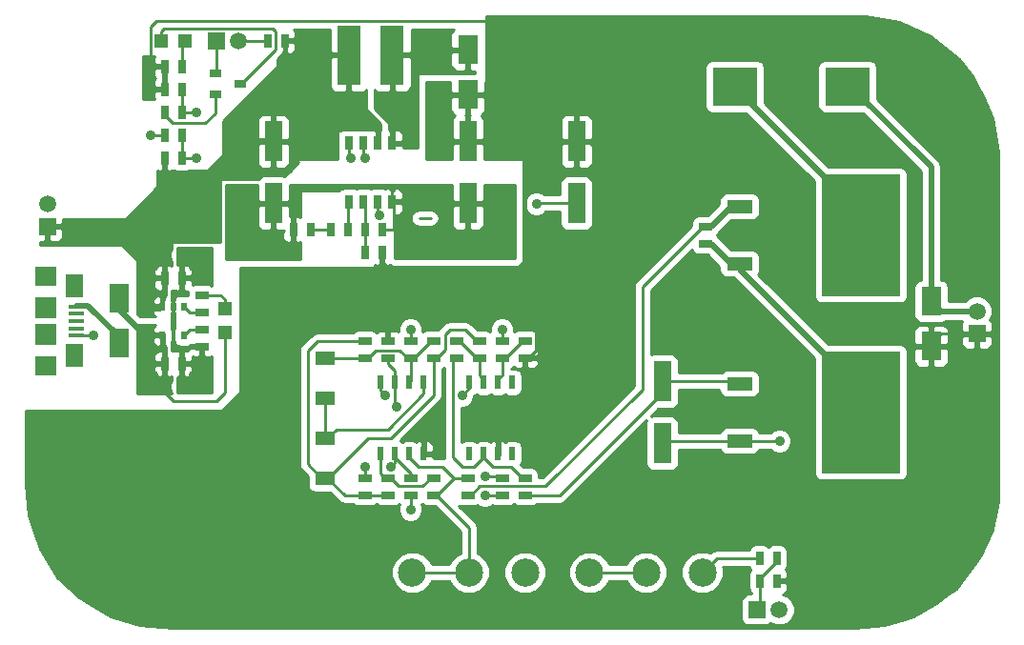
<source format=gtl>
G04 #@! TF.FileFunction,Copper,L1,Top,Signal*
%FSLAX46Y46*%
G04 Gerber Fmt 4.6, Leading zero omitted, Abs format (unit mm)*
G04 Created by KiCad (PCBNEW (2015-02-06 BZR 5410)-product) date Tue 10 Feb 2015 02:07:55 AM CET*
%MOMM*%
G01*
G04 APERTURE LIST*
%ADD10C,0.050000*%
%ADD11R,1.600200X3.599180*%
%ADD12R,1.143000X0.635000*%
%ADD13R,0.635000X1.143000*%
%ADD14R,1.900000X1.900000*%
%ADD15R,1.900000X1.800000*%
%ADD16R,1.600000X2.100000*%
%ADD17R,1.350000X0.400000*%
%ADD18R,1.800860X2.499360*%
%ADD19R,1.699260X1.300480*%
%ADD20R,1.198880X1.198880*%
%ADD21R,1.500000X1.500000*%
%ADD22C,1.500000*%
%ADD23R,2.150000X5.300000*%
%ADD24R,6.997700X10.800080*%
%ADD25R,2.286000X1.143000*%
%ADD26R,1.000760X0.800100*%
%ADD27R,4.000000X3.400000*%
%ADD28C,2.499360*%
%ADD29R,0.508000X1.143000*%
%ADD30R,0.508000X0.762000*%
%ADD31R,0.762000X1.143000*%
%ADD32C,0.889000*%
%ADD33C,0.254000*%
%ADD34C,0.508000*%
G04 APERTURE END LIST*
D10*
D11*
X147320000Y-81069180D03*
X147320000Y-86570820D03*
D12*
X128524000Y-98806000D03*
X128524000Y-100330000D03*
D13*
X165100000Y-118110000D03*
X163576000Y-118110000D03*
D12*
X128524000Y-112522000D03*
X128524000Y-110998000D03*
X132588000Y-110998000D03*
X132588000Y-112522000D03*
D11*
X154940000Y-102405180D03*
X154940000Y-107906820D03*
D13*
X110744000Y-100838000D03*
X112268000Y-100838000D03*
X110744000Y-93218000D03*
X112268000Y-93218000D03*
D11*
X120396000Y-81069180D03*
X120396000Y-86570820D03*
X137668000Y-81069180D03*
X137668000Y-86570820D03*
D13*
X123698000Y-88900000D03*
X122174000Y-88900000D03*
D14*
X100195000Y-98228000D03*
X100195000Y-95828000D03*
D15*
X100195000Y-101028000D03*
X100195000Y-93028000D03*
D16*
X102745000Y-93928000D03*
X102745000Y-100128000D03*
D17*
X102870000Y-95728000D03*
X102870000Y-96378000D03*
X102870000Y-98328000D03*
X102870000Y-97678000D03*
X102870000Y-97028000D03*
D18*
X178816000Y-95283020D03*
X178816000Y-99280980D03*
D19*
X124968000Y-100357940D03*
X124968000Y-103858060D03*
X124968000Y-107469940D03*
X124968000Y-110970060D03*
D18*
X106680000Y-99026980D03*
X106680000Y-95029020D03*
D20*
X116078000Y-98077020D03*
X116078000Y-95978980D03*
D18*
X137668000Y-72931020D03*
X137668000Y-76928980D03*
D20*
X112555020Y-72136000D03*
X110456980Y-72136000D03*
D21*
X100330000Y-88630000D03*
D22*
X100330000Y-86630000D03*
D23*
X127107000Y-73406000D03*
X130957000Y-73406000D03*
D21*
X163338000Y-122682000D03*
D22*
X165338000Y-122682000D03*
D24*
X172593000Y-89408000D03*
D25*
X161798000Y-91948000D03*
X161798000Y-86868000D03*
D24*
X172593000Y-105156000D03*
D25*
X161798000Y-107696000D03*
X161798000Y-102616000D03*
D26*
X117431820Y-75946000D03*
X115232180Y-76898500D03*
X115232180Y-74993500D03*
D12*
X134620000Y-100330000D03*
X134620000Y-98806000D03*
X134620000Y-112522000D03*
X134620000Y-110998000D03*
D27*
X161370000Y-76200000D03*
X171370000Y-76200000D03*
D12*
X130556000Y-100330000D03*
X130556000Y-98806000D03*
D13*
X163576000Y-120142000D03*
X165100000Y-120142000D03*
D12*
X130556000Y-110998000D03*
X130556000Y-112522000D03*
X132588000Y-100330000D03*
X132588000Y-98806000D03*
X137668000Y-112522000D03*
X137668000Y-110998000D03*
X140716000Y-112522000D03*
X140716000Y-110998000D03*
X158750000Y-90170000D03*
X158750000Y-88646000D03*
X136652000Y-100330000D03*
X136652000Y-98806000D03*
X138684000Y-100330000D03*
X138684000Y-98806000D03*
X142748000Y-112522000D03*
X142748000Y-110998000D03*
X142748000Y-98806000D03*
X142748000Y-100330000D03*
X140716000Y-98806000D03*
X140716000Y-100330000D03*
X114046000Y-97790000D03*
X114046000Y-99314000D03*
X114046000Y-96266000D03*
X114046000Y-94742000D03*
D13*
X121412000Y-72136000D03*
X119888000Y-72136000D03*
X130048000Y-90932000D03*
X128524000Y-90932000D03*
X110744000Y-74422000D03*
X112268000Y-74422000D03*
X110744000Y-82550000D03*
X112268000Y-82550000D03*
X110744000Y-76454000D03*
X112268000Y-76454000D03*
X128524000Y-88900000D03*
X130048000Y-88900000D03*
X127000000Y-88900000D03*
X125476000Y-88900000D03*
X112268000Y-80518000D03*
X110744000Y-80518000D03*
X110744000Y-78486000D03*
X112268000Y-78486000D03*
D28*
X153494740Y-119380000D03*
X148493480Y-119380000D03*
X158496000Y-119380000D03*
X137746740Y-119380000D03*
X132745480Y-119380000D03*
X142748000Y-119380000D03*
D21*
X182880000Y-98155000D03*
D22*
X182880000Y-96155000D03*
D21*
X115332000Y-72136000D03*
D22*
X117332000Y-72136000D03*
D29*
X133731000Y-108839000D03*
X132461000Y-108839000D03*
X131191000Y-108839000D03*
X129921000Y-108839000D03*
X129921000Y-102489000D03*
X131191000Y-102489000D03*
X132461000Y-102489000D03*
X133731000Y-102489000D03*
X141605000Y-108839000D03*
X140335000Y-108839000D03*
X139065000Y-108839000D03*
X137795000Y-108839000D03*
X137795000Y-102489000D03*
X139065000Y-102489000D03*
X140335000Y-102489000D03*
X141605000Y-102489000D03*
D30*
X112458500Y-95758000D03*
X110553500Y-95758000D03*
X112458500Y-98298000D03*
X111506000Y-95758000D03*
X110553500Y-98298000D03*
D31*
X129667000Y-86423500D03*
X130937000Y-86423500D03*
X128397000Y-86423500D03*
X127127000Y-86423500D03*
X127127000Y-81216500D03*
X128397000Y-81216500D03*
X130937000Y-81216500D03*
X129667000Y-81216500D03*
D32*
X134112000Y-107188000D03*
X140716000Y-107188000D03*
X149352000Y-82042000D03*
X165354000Y-107696000D03*
X104394000Y-98298000D03*
X139700000Y-90932000D03*
X140970000Y-90932000D03*
X140970000Y-89662000D03*
X139700000Y-89662000D03*
X132080000Y-89662000D03*
X132080000Y-90932000D03*
X133350000Y-90932000D03*
X133350000Y-89662000D03*
X134620000Y-89662000D03*
X134620000Y-90932000D03*
X135890000Y-90932000D03*
X135890000Y-89662000D03*
X137160000Y-90932000D03*
X137160000Y-89662000D03*
X138430000Y-90932000D03*
X138430000Y-89662000D03*
X140716000Y-97790000D03*
X137160000Y-103632000D03*
X114300000Y-100838000D03*
X113284000Y-101854000D03*
X114300000Y-101854000D03*
X114300000Y-102870000D03*
X113284000Y-102870000D03*
X112268000Y-102870000D03*
X112268000Y-91186000D03*
X113284000Y-91186000D03*
X114300000Y-91186000D03*
X114300000Y-92202000D03*
X114300000Y-93218000D03*
X113284000Y-92202000D03*
X109474000Y-80518000D03*
X143764000Y-86614000D03*
X130302000Y-103632000D03*
X139192000Y-112522011D03*
X132588000Y-113792000D03*
X128524000Y-109982000D03*
X130810000Y-109982000D03*
X108712000Y-98806000D03*
X108712000Y-99822000D03*
X108712000Y-100838000D03*
X110744000Y-102870000D03*
X109728000Y-102870000D03*
X108712000Y-102870000D03*
X108712000Y-101854000D03*
X109728000Y-101854000D03*
X110744000Y-91186000D03*
X109728000Y-91186000D03*
X108712000Y-91186000D03*
X108712000Y-92202000D03*
X108712000Y-93218000D03*
X108712000Y-94234000D03*
X108712000Y-95250000D03*
X109728000Y-92202000D03*
X131318000Y-104648000D03*
X139192000Y-110870991D03*
X132588000Y-97790000D03*
X129794000Y-87630000D03*
X128524000Y-82550000D03*
X113538000Y-82550000D03*
X127254000Y-82550000D03*
X113538000Y-78486000D03*
D33*
X134366000Y-87884000D02*
X133350000Y-87884000D01*
X137668000Y-76928980D02*
X137668000Y-78432660D01*
X137668000Y-78432660D02*
X137668000Y-81069180D01*
X110744000Y-74422000D02*
X109728000Y-74422000D01*
X109982000Y-70358000D02*
X139412002Y-70358000D01*
X109728000Y-74422000D02*
X109476539Y-74170539D01*
X109476539Y-74170539D02*
X109476539Y-70863461D01*
X109476539Y-70863461D02*
X109982000Y-70358000D01*
X139479020Y-76928980D02*
X137668000Y-76928980D01*
X139412002Y-70358000D02*
X140208000Y-71153998D01*
X140208000Y-71153998D02*
X140208000Y-76200000D01*
X140208000Y-76200000D02*
X139479020Y-76928980D01*
X133731000Y-107569000D02*
X134112000Y-107188000D01*
X133731000Y-108839000D02*
X133731000Y-107569000D01*
X140716000Y-107188000D02*
X140335000Y-107569000D01*
X140335000Y-107569000D02*
X140335000Y-108839000D01*
X147320000Y-81069180D02*
X148379180Y-81069180D01*
X148379180Y-81069180D02*
X149352000Y-82042000D01*
X137668000Y-81069180D02*
X147320000Y-81069180D01*
X110744000Y-74422000D02*
X110744000Y-76454000D01*
X142748000Y-81069180D02*
X137668000Y-81069180D01*
X142748000Y-91694000D02*
X142748000Y-81069180D01*
X130492500Y-92202000D02*
X142240000Y-92202000D01*
X142240000Y-92202000D02*
X142748000Y-91694000D01*
X130048000Y-91757500D02*
X130492500Y-92202000D01*
X130048000Y-90932000D02*
X130048000Y-91757500D01*
X130556000Y-92265500D02*
X130492500Y-92202000D01*
X130556000Y-98806000D02*
X130556000Y-92265500D01*
X143700501Y-93662501D02*
X142240000Y-92202000D01*
X143700501Y-99631499D02*
X143700501Y-93662501D01*
X143002000Y-100330000D02*
X143700501Y-99631499D01*
X142748000Y-100330000D02*
X143002000Y-100330000D01*
X178816000Y-99280980D02*
X178816000Y-99060000D01*
X179721000Y-98155000D02*
X182880000Y-98155000D01*
X178816000Y-99060000D02*
X179721000Y-98155000D01*
X167894000Y-120142000D02*
X165100000Y-120142000D01*
X178816000Y-109220000D02*
X167894000Y-120142000D01*
X178816000Y-99280980D02*
X178816000Y-109220000D01*
X161798000Y-107696000D02*
X165354000Y-107696000D01*
X99806000Y-86630000D02*
X100330000Y-86630000D01*
X104364000Y-98328000D02*
X104394000Y-98298000D01*
X102870000Y-98328000D02*
X104364000Y-98328000D01*
X139700000Y-90932000D02*
X139700000Y-89662000D01*
X140970000Y-89662000D02*
X140970000Y-90932000D01*
X138430000Y-89662000D02*
X139700000Y-89662000D01*
X131318000Y-88900000D02*
X132080000Y-89662000D01*
X130048000Y-88900000D02*
X131318000Y-88900000D01*
X133350000Y-90932000D02*
X132080000Y-90932000D01*
X134620000Y-89662000D02*
X133350000Y-89662000D01*
X134620000Y-90932000D02*
X134620000Y-89662000D01*
X135890000Y-89662000D02*
X134620000Y-89662000D01*
X137160000Y-90932000D02*
X135890000Y-90932000D01*
X138430000Y-89662000D02*
X137160000Y-89662000D01*
X138430000Y-90932000D02*
X137160000Y-89662000D01*
X135382000Y-87884000D02*
X137160000Y-89662000D01*
X140716000Y-98806000D02*
X140716000Y-97790000D01*
X137795000Y-102489000D02*
X137795000Y-102997000D01*
X137795000Y-102997000D02*
X137160000Y-103632000D01*
X114300000Y-101854000D02*
X114300000Y-100838000D01*
X113912617Y-101854000D02*
X113284000Y-101854000D01*
X114046000Y-101720617D02*
X113912617Y-101854000D01*
X114046000Y-101600000D02*
X114046000Y-101720617D01*
X114300000Y-101854000D02*
X113284000Y-101854000D01*
X113671383Y-102870000D02*
X114300000Y-102870000D01*
X113538000Y-102736617D02*
X113671383Y-102870000D01*
X113284000Y-102870000D02*
X114300000Y-102870000D01*
X113538000Y-102616000D02*
X113538000Y-102736617D01*
X112268000Y-93218000D02*
X112268000Y-94488000D01*
X112268000Y-93218000D02*
X112268000Y-91186000D01*
X113284000Y-91186000D02*
X114300000Y-91186000D01*
X112268000Y-100838000D02*
X112268000Y-99568000D01*
X114300000Y-92202000D02*
X114300000Y-93218000D01*
X114300000Y-92202000D02*
X113284000Y-92202000D01*
X112268000Y-102870000D02*
X112268000Y-100838000D01*
X102870000Y-98328000D02*
X103408000Y-98328000D01*
X130937000Y-86423500D02*
X130937000Y-85217000D01*
X130937000Y-85217000D02*
X131064000Y-85090000D01*
X131064000Y-85090000D02*
X134366000Y-85090000D01*
X135846820Y-86570820D02*
X137668000Y-86570820D01*
X134366000Y-85090000D02*
X135846820Y-86570820D01*
X131064000Y-88900000D02*
X130048000Y-88900000D01*
X130937000Y-86423500D02*
X131064000Y-86550500D01*
X131099172Y-87884000D02*
X131064000Y-87848828D01*
X132334000Y-87884000D02*
X131099172Y-87884000D01*
X131064000Y-87848828D02*
X131064000Y-88900000D01*
X131064000Y-86550500D02*
X131064000Y-87848828D01*
X115232180Y-72235820D02*
X115332000Y-72136000D01*
X115131850Y-74993500D02*
X115232180Y-74993500D01*
X110744000Y-80518000D02*
X110744000Y-80264000D01*
X115316000Y-74909680D02*
X115232180Y-74993500D01*
X115316000Y-72152000D02*
X115316000Y-74909680D01*
X115332000Y-72136000D02*
X115316000Y-72152000D01*
X109474000Y-80518000D02*
X110744000Y-80518000D01*
X143807180Y-86570820D02*
X143764000Y-86614000D01*
X147320000Y-86570820D02*
X143807180Y-86570820D01*
X129921000Y-103251000D02*
X130302000Y-103632000D01*
X129921000Y-102489000D02*
X129921000Y-103251000D01*
X155150820Y-107696000D02*
X154940000Y-107906820D01*
X161798000Y-107696000D02*
X155150820Y-107696000D01*
X139192011Y-112522000D02*
X139192000Y-112522011D01*
X140716000Y-112522000D02*
X139192011Y-112522000D01*
X132588000Y-112522000D02*
X132588000Y-113792000D01*
X128524000Y-110998000D02*
X128524000Y-109982000D01*
X128270000Y-112522000D02*
X128524000Y-112522000D01*
X126746000Y-112522000D02*
X128270000Y-112522000D01*
X125194060Y-110970060D02*
X126746000Y-112522000D01*
X124968000Y-110970060D02*
X125194060Y-110970060D01*
X128524000Y-112522000D02*
X130556000Y-112522000D01*
X124686060Y-110970060D02*
X124968000Y-110970060D01*
X123444000Y-109728000D02*
X124686060Y-110970060D01*
X123444000Y-99696268D02*
X123444000Y-109728000D01*
X124334268Y-98806000D02*
X123444000Y-99696268D01*
X128524000Y-98806000D02*
X124334268Y-98806000D01*
X138430000Y-98806000D02*
X138684000Y-98806000D01*
X137414000Y-97790000D02*
X138430000Y-98806000D01*
X136093198Y-97790000D02*
X137414000Y-97790000D01*
X135636000Y-98247198D02*
X136093198Y-97790000D01*
X135636000Y-99568000D02*
X135636000Y-98247198D01*
X134874000Y-100330000D02*
X135636000Y-99568000D01*
X134620000Y-100330000D02*
X134874000Y-100330000D01*
X125249940Y-110970060D02*
X124968000Y-110970060D01*
X128778000Y-107442000D02*
X125249940Y-110970060D01*
X130810000Y-107442000D02*
X128778000Y-107442000D01*
X134620000Y-103632000D02*
X130810000Y-107442000D01*
X134620000Y-100330000D02*
X134620000Y-103632000D01*
X128496060Y-100357940D02*
X128524000Y-100330000D01*
X124968000Y-100357940D02*
X128496060Y-100357940D01*
X132588000Y-102362000D02*
X132461000Y-102489000D01*
X132588000Y-100330000D02*
X132588000Y-102362000D01*
X132842000Y-100330000D02*
X132588000Y-100330000D01*
X134366000Y-98806000D02*
X132842000Y-100330000D01*
X134620000Y-98806000D02*
X134366000Y-98806000D01*
X132334000Y-100330000D02*
X132588000Y-100330000D01*
X131635499Y-99631499D02*
X132334000Y-100330000D01*
X129476501Y-99631499D02*
X131635499Y-99631499D01*
X128778000Y-100330000D02*
X129476501Y-99631499D01*
X128524000Y-100330000D02*
X128778000Y-100330000D01*
X165100000Y-118110000D02*
X165100000Y-118364000D01*
X165100000Y-118364000D02*
X163576000Y-119888000D01*
X163576000Y-119888000D02*
X163576000Y-120142000D01*
X163338000Y-122682000D02*
X163576000Y-122444000D01*
X163576000Y-122444000D02*
X163576000Y-120142000D01*
X163576000Y-118110000D02*
X159766000Y-118110000D01*
X159766000Y-118110000D02*
X158496000Y-119380000D01*
X131191000Y-108839000D02*
X131191000Y-109601000D01*
X131191000Y-109601000D02*
X130810000Y-109982000D01*
X131191000Y-109156500D02*
X131444205Y-109409705D01*
X131444205Y-109409705D02*
X132588000Y-110553500D01*
X131191000Y-108839000D02*
X131191000Y-109156500D01*
X132588000Y-110553500D02*
X132588000Y-110998000D01*
X132588000Y-110998000D02*
X132588000Y-110744000D01*
X132842000Y-110998000D02*
X132588000Y-110998000D01*
X154940000Y-102405180D02*
X161587180Y-102405180D01*
X161587180Y-102405180D02*
X161798000Y-102616000D01*
X154940000Y-102405180D02*
X154940000Y-103404670D01*
X154940000Y-103404670D02*
X145822670Y-112522000D01*
X145822670Y-112522000D02*
X142748000Y-112522000D01*
X109728000Y-98298000D02*
X110553500Y-98298000D01*
X109474000Y-98044000D02*
X109728000Y-98298000D01*
X108712000Y-99822000D02*
X108712000Y-98806000D01*
X108712000Y-101854000D02*
X108712000Y-100838000D01*
X110744000Y-100838000D02*
X110744000Y-102616000D01*
X109728000Y-102616000D02*
X108712000Y-102616000D01*
X108712000Y-101600000D02*
X109728000Y-101600000D01*
X110744000Y-102870000D02*
X110744000Y-100838000D01*
X110744000Y-103378000D02*
X110744000Y-102870000D01*
X111506000Y-104140000D02*
X110744000Y-103378000D01*
X115316000Y-104140000D02*
X111506000Y-104140000D01*
X116078000Y-103378000D02*
X115316000Y-104140000D01*
X116078000Y-98077020D02*
X116078000Y-103378000D01*
D34*
X108966000Y-98298000D02*
X110553500Y-98298000D01*
X106680000Y-96012000D02*
X108966000Y-98298000D01*
X106680000Y-95029020D02*
X106680000Y-96012000D01*
D33*
X110744000Y-93218000D02*
X110744000Y-91186000D01*
X109728000Y-91186000D02*
X108712000Y-91186000D01*
X108712000Y-92202000D02*
X108712000Y-93218000D01*
X108712000Y-94234000D02*
X108712000Y-95250000D01*
X110299500Y-96012000D02*
X110553500Y-95758000D01*
X109474000Y-96012000D02*
X110299500Y-96012000D01*
X108712000Y-92202000D02*
X109728000Y-92202000D01*
D34*
X110744000Y-91694000D02*
X110744000Y-93218000D01*
X107680000Y-88630000D02*
X110744000Y-91694000D01*
X100330000Y-88630000D02*
X107680000Y-88630000D01*
X110744000Y-85566000D02*
X110744000Y-82550000D01*
X107680000Y-88630000D02*
X110744000Y-85566000D01*
X117812820Y-81069180D02*
X120396000Y-81069180D01*
X113284000Y-85598000D02*
X117812820Y-81069180D01*
X110744000Y-85598000D02*
X113284000Y-85598000D01*
X107712000Y-88630000D02*
X110744000Y-85598000D01*
X107680000Y-88630000D02*
X107712000Y-88630000D01*
D33*
X123698000Y-88900000D02*
X125476000Y-88900000D01*
D34*
X103951401Y-95669999D02*
X102870000Y-95669999D01*
X106680000Y-98398598D02*
X103951401Y-95669999D01*
X106680000Y-99026980D02*
X106680000Y-98398598D01*
X178816000Y-95283020D02*
X178816000Y-83346000D01*
X178816000Y-83346000D02*
X171670000Y-76200000D01*
X171670000Y-76200000D02*
X171370000Y-76200000D01*
X182880000Y-96155000D02*
X179687980Y-96155000D01*
X179687980Y-96155000D02*
X178816000Y-95283020D01*
D33*
X178816000Y-95283020D02*
X178816000Y-95504000D01*
X178816000Y-95504000D02*
X179467000Y-96155000D01*
X124968000Y-107469940D02*
X124968000Y-103858060D01*
X130556000Y-106680000D02*
X125984000Y-106680000D01*
X133731000Y-103505000D02*
X130556000Y-106680000D01*
X125194060Y-107469940D02*
X124968000Y-107469940D01*
X125984000Y-106680000D02*
X125194060Y-107469940D01*
X133731000Y-102489000D02*
X133731000Y-103505000D01*
X115694460Y-94742000D02*
X114046000Y-94742000D01*
X116078000Y-95125540D02*
X115694460Y-94742000D01*
X116078000Y-95978980D02*
X116078000Y-95125540D01*
X112268000Y-72423020D02*
X112268000Y-74422000D01*
X112555020Y-72136000D02*
X112268000Y-72423020D01*
X117532150Y-75946000D02*
X117431820Y-75946000D01*
X120586501Y-72891649D02*
X117532150Y-75946000D01*
X120331801Y-71004999D02*
X120586501Y-71259699D01*
X110456980Y-71282560D02*
X110734541Y-71004999D01*
X120586501Y-71259699D02*
X120586501Y-72891649D01*
X110734541Y-71004999D02*
X120331801Y-71004999D01*
X110456980Y-72136000D02*
X110456980Y-71282560D01*
D34*
X161370000Y-76280000D02*
X172593000Y-87503000D01*
D33*
X172593000Y-87503000D02*
X172593000Y-89408000D01*
X161370000Y-76200000D02*
X161370000Y-76280000D01*
D34*
X161798000Y-92456000D02*
X172593000Y-103251000D01*
X161798000Y-91948000D02*
X161036000Y-91948000D01*
X161036000Y-91948000D02*
X159258000Y-90170000D01*
X159258000Y-90170000D02*
X158750000Y-90170000D01*
D33*
X161290000Y-91948000D02*
X161798000Y-91948000D01*
X172593000Y-103251000D02*
X172593000Y-105156000D01*
X161798000Y-91948000D02*
X161798000Y-92456000D01*
D34*
X158750000Y-88646000D02*
X159258000Y-88646000D01*
X159258000Y-88646000D02*
X161036000Y-86868000D01*
X161036000Y-86868000D02*
X161798000Y-86868000D01*
D33*
X153162000Y-93980000D02*
X158496000Y-88646000D01*
X144589499Y-111696501D02*
X153162000Y-103124000D01*
X137922000Y-112522000D02*
X138747499Y-111696501D01*
X153162000Y-103124000D02*
X153162000Y-93980000D01*
X138747499Y-111696501D02*
X144589499Y-111696501D01*
X158496000Y-88646000D02*
X158750000Y-88646000D01*
X137668000Y-112522000D02*
X137922000Y-112522000D01*
X161798000Y-86868000D02*
X161226500Y-86868000D01*
X110744000Y-78740000D02*
X110744000Y-78486000D01*
X111442501Y-79438501D02*
X110744000Y-78740000D01*
X114363499Y-79438501D02*
X111442501Y-79438501D01*
X115232180Y-78569820D02*
X114363499Y-79438501D01*
X115232180Y-76898500D02*
X115232180Y-78569820D01*
X137746740Y-119380000D02*
X132745480Y-119380000D01*
X137668000Y-110998000D02*
X137414000Y-110998000D01*
X134874000Y-112522000D02*
X134620000Y-112522000D01*
X137746740Y-115394740D02*
X134874000Y-112522000D01*
X137746740Y-119380000D02*
X137746740Y-115394740D01*
X136398000Y-110998000D02*
X134874000Y-112522000D01*
X137414000Y-110998000D02*
X136398000Y-110998000D01*
X135382000Y-109982000D02*
X136398000Y-110998000D01*
X133286500Y-109982000D02*
X135382000Y-109982000D01*
X132461000Y-109156500D02*
X133286500Y-109982000D01*
X132461000Y-108839000D02*
X132461000Y-109156500D01*
X130556000Y-110998000D02*
X130302000Y-110998000D01*
X130302000Y-110998000D02*
X129921000Y-110617000D01*
X129921000Y-110617000D02*
X129921000Y-108839000D01*
X134366000Y-110998000D02*
X134620000Y-110998000D01*
X133667499Y-111696501D02*
X134366000Y-110998000D01*
X131508501Y-111696501D02*
X133667499Y-111696501D01*
X130810000Y-110998000D02*
X131508501Y-111696501D01*
X130556000Y-110998000D02*
X130810000Y-110998000D01*
X131191000Y-101473000D02*
X131191000Y-102489000D01*
X130556000Y-100838000D02*
X131191000Y-101473000D01*
X130556000Y-100330000D02*
X130556000Y-100838000D01*
X131191000Y-104521000D02*
X131318000Y-104648000D01*
X131191000Y-102489000D02*
X131191000Y-104521000D01*
X140588991Y-110870991D02*
X140716000Y-110998000D01*
X139192000Y-110870991D02*
X140588991Y-110870991D01*
X153494740Y-119380000D02*
X148493480Y-119380000D01*
X132588000Y-98806000D02*
X132588000Y-97790000D01*
X142494000Y-110998000D02*
X142748000Y-110998000D01*
X139890500Y-109982000D02*
X141478000Y-109982000D01*
X139065000Y-109156500D02*
X139890500Y-109982000D01*
X141478000Y-109982000D02*
X142494000Y-110998000D01*
X139065000Y-109156500D02*
X139065000Y-108839000D01*
X138239500Y-109982000D02*
X139065000Y-109156500D01*
X137160000Y-109982000D02*
X138239500Y-109982000D01*
X136334499Y-109156499D02*
X137160000Y-109982000D01*
X136334499Y-100330000D02*
X136334499Y-109156499D01*
X136652000Y-100330000D02*
X136334499Y-100330000D01*
X138684000Y-100330000D02*
X138684000Y-101854000D01*
X138684000Y-101854000D02*
X139065000Y-102235000D01*
X139065000Y-102235000D02*
X139065000Y-102489000D01*
X138430000Y-100330000D02*
X138684000Y-100330000D01*
X136906000Y-98806000D02*
X138430000Y-100330000D01*
X136652000Y-98806000D02*
X136906000Y-98806000D01*
X140335000Y-102235000D02*
X140335000Y-102489000D01*
X140716000Y-101854000D02*
X140335000Y-102235000D01*
X140716000Y-100330000D02*
X140716000Y-101854000D01*
X142494000Y-98806000D02*
X140970000Y-100330000D01*
X140970000Y-100330000D02*
X140716000Y-100330000D01*
X142748000Y-98806000D02*
X142494000Y-98806000D01*
X112966500Y-97790000D02*
X112458500Y-98298000D01*
X114046000Y-97790000D02*
X112966500Y-97790000D01*
X112966500Y-96266000D02*
X112458500Y-95758000D01*
X114046000Y-96266000D02*
X112966500Y-96266000D01*
X119888000Y-72136000D02*
X117332000Y-72136000D01*
X129667000Y-87503000D02*
X129794000Y-87630000D01*
X129667000Y-86423500D02*
X129667000Y-87503000D01*
X128524000Y-86550500D02*
X128397000Y-86423500D01*
X128524000Y-88900000D02*
X128524000Y-86550500D01*
X128524000Y-88900000D02*
X128524000Y-90932000D01*
X128397000Y-82423000D02*
X128524000Y-82550000D01*
X128397000Y-81216500D02*
X128397000Y-82423000D01*
X113538000Y-82550000D02*
X112268000Y-82550000D01*
X112268000Y-82550000D02*
X112268000Y-80518000D01*
X127127000Y-82423000D02*
X127254000Y-82550000D01*
X127127000Y-81216500D02*
X127127000Y-82423000D01*
X113538000Y-78486000D02*
X112268000Y-78486000D01*
X112268000Y-78486000D02*
X112268000Y-76454000D01*
X127000000Y-86550500D02*
X127127000Y-86423500D01*
X127000000Y-88900000D02*
X127000000Y-86550500D01*
G36*
X114935000Y-103378000D02*
X113919000Y-103378000D01*
X113919000Y-100107750D01*
X113919000Y-99441000D01*
X112998250Y-99441000D01*
X112839500Y-99599750D01*
X112839500Y-99684391D01*
X112711809Y-99631500D01*
X112553750Y-99631500D01*
X112395000Y-99790250D01*
X112395000Y-100711000D01*
X113061750Y-100711000D01*
X113220500Y-100552250D01*
X113220500Y-100392809D01*
X113220500Y-100213609D01*
X113348190Y-100266500D01*
X113600809Y-100266500D01*
X113760250Y-100266500D01*
X113919000Y-100107750D01*
X113919000Y-103378000D01*
X113220500Y-103378000D01*
X113220500Y-101535810D01*
X113220500Y-101283191D01*
X113220500Y-101123750D01*
X113061750Y-100965000D01*
X112395000Y-100965000D01*
X112395000Y-101885750D01*
X112553750Y-102044500D01*
X112711809Y-102044500D01*
X112945198Y-101947827D01*
X113123827Y-101769199D01*
X113220500Y-101535810D01*
X113220500Y-103378000D01*
X111887000Y-103378000D01*
X111887000Y-102044500D01*
X111982250Y-102044500D01*
X112141000Y-101885750D01*
X112141000Y-100965000D01*
X112121000Y-100965000D01*
X112121000Y-100711000D01*
X112141000Y-100711000D01*
X112141000Y-99790250D01*
X111982250Y-99631500D01*
X111824191Y-99631500D01*
X111670888Y-99695000D01*
X111379000Y-99695000D01*
X111379000Y-98966975D01*
X111404877Y-98928640D01*
X111454940Y-98679000D01*
X111454940Y-97917000D01*
X111407963Y-97674877D01*
X111379000Y-97630786D01*
X111379000Y-96615250D01*
X111379000Y-96426975D01*
X111404877Y-96388640D01*
X111454940Y-96139000D01*
X111454940Y-95377000D01*
X111407963Y-95134877D01*
X111379000Y-95090786D01*
X111379000Y-94900750D01*
X111379000Y-94361000D01*
X111670888Y-94361000D01*
X111824191Y-94424500D01*
X111982250Y-94424500D01*
X112141000Y-94265750D01*
X112141000Y-93345000D01*
X112121000Y-93345000D01*
X112121000Y-93091000D01*
X112141000Y-93091000D01*
X112141000Y-92170250D01*
X111982250Y-92011500D01*
X111887000Y-92011500D01*
X111887000Y-90551000D01*
X114935000Y-90551000D01*
X114935000Y-93872929D01*
X114867140Y-93827123D01*
X114617500Y-93777060D01*
X113474500Y-93777060D01*
X113232377Y-93824037D01*
X113220500Y-93831838D01*
X113220500Y-93663191D01*
X113220500Y-93503750D01*
X113220500Y-92932250D01*
X113220500Y-92772809D01*
X113220500Y-92520190D01*
X113123827Y-92286801D01*
X112945198Y-92108173D01*
X112711809Y-92011500D01*
X112553750Y-92011500D01*
X112395000Y-92170250D01*
X112395000Y-93091000D01*
X113061750Y-93091000D01*
X113220500Y-92932250D01*
X113220500Y-93503750D01*
X113061750Y-93345000D01*
X112395000Y-93345000D01*
X112395000Y-94265750D01*
X112553750Y-94424500D01*
X112711809Y-94424500D01*
X112837500Y-94372436D01*
X112827060Y-94424500D01*
X112827060Y-94752533D01*
X112712500Y-94729560D01*
X112204500Y-94729560D01*
X111967356Y-94775570D01*
X111886309Y-94742000D01*
X111791750Y-94742000D01*
X111633000Y-94900750D01*
X111633000Y-95089024D01*
X111607123Y-95127360D01*
X111557060Y-95377000D01*
X111557060Y-96139000D01*
X111604037Y-96381123D01*
X111633000Y-96425213D01*
X111633000Y-96615250D01*
X111633000Y-97629024D01*
X111607123Y-97667360D01*
X111557060Y-97917000D01*
X111557060Y-98679000D01*
X111604037Y-98921123D01*
X111743827Y-99133927D01*
X111954860Y-99276377D01*
X112204500Y-99326440D01*
X112712500Y-99326440D01*
X112954623Y-99279463D01*
X113095380Y-99187000D01*
X113919000Y-99187000D01*
X113919000Y-99167000D01*
X114173000Y-99167000D01*
X114173000Y-99187000D01*
X114193000Y-99187000D01*
X114193000Y-99441000D01*
X114173000Y-99441000D01*
X114173000Y-100107750D01*
X114331750Y-100266500D01*
X114491191Y-100266500D01*
X114743810Y-100266500D01*
X114935000Y-100187306D01*
X114935000Y-103378000D01*
X114935000Y-103378000D01*
G37*
X114935000Y-103378000D02*
X113919000Y-103378000D01*
X113919000Y-100107750D01*
X113919000Y-99441000D01*
X112998250Y-99441000D01*
X112839500Y-99599750D01*
X112839500Y-99684391D01*
X112711809Y-99631500D01*
X112553750Y-99631500D01*
X112395000Y-99790250D01*
X112395000Y-100711000D01*
X113061750Y-100711000D01*
X113220500Y-100552250D01*
X113220500Y-100392809D01*
X113220500Y-100213609D01*
X113348190Y-100266500D01*
X113600809Y-100266500D01*
X113760250Y-100266500D01*
X113919000Y-100107750D01*
X113919000Y-103378000D01*
X113220500Y-103378000D01*
X113220500Y-101535810D01*
X113220500Y-101283191D01*
X113220500Y-101123750D01*
X113061750Y-100965000D01*
X112395000Y-100965000D01*
X112395000Y-101885750D01*
X112553750Y-102044500D01*
X112711809Y-102044500D01*
X112945198Y-101947827D01*
X113123827Y-101769199D01*
X113220500Y-101535810D01*
X113220500Y-103378000D01*
X111887000Y-103378000D01*
X111887000Y-102044500D01*
X111982250Y-102044500D01*
X112141000Y-101885750D01*
X112141000Y-100965000D01*
X112121000Y-100965000D01*
X112121000Y-100711000D01*
X112141000Y-100711000D01*
X112141000Y-99790250D01*
X111982250Y-99631500D01*
X111824191Y-99631500D01*
X111670888Y-99695000D01*
X111379000Y-99695000D01*
X111379000Y-98966975D01*
X111404877Y-98928640D01*
X111454940Y-98679000D01*
X111454940Y-97917000D01*
X111407963Y-97674877D01*
X111379000Y-97630786D01*
X111379000Y-96615250D01*
X111379000Y-96426975D01*
X111404877Y-96388640D01*
X111454940Y-96139000D01*
X111454940Y-95377000D01*
X111407963Y-95134877D01*
X111379000Y-95090786D01*
X111379000Y-94900750D01*
X111379000Y-94361000D01*
X111670888Y-94361000D01*
X111824191Y-94424500D01*
X111982250Y-94424500D01*
X112141000Y-94265750D01*
X112141000Y-93345000D01*
X112121000Y-93345000D01*
X112121000Y-93091000D01*
X112141000Y-93091000D01*
X112141000Y-92170250D01*
X111982250Y-92011500D01*
X111887000Y-92011500D01*
X111887000Y-90551000D01*
X114935000Y-90551000D01*
X114935000Y-93872929D01*
X114867140Y-93827123D01*
X114617500Y-93777060D01*
X113474500Y-93777060D01*
X113232377Y-93824037D01*
X113220500Y-93831838D01*
X113220500Y-93663191D01*
X113220500Y-93503750D01*
X113220500Y-92932250D01*
X113220500Y-92772809D01*
X113220500Y-92520190D01*
X113123827Y-92286801D01*
X112945198Y-92108173D01*
X112711809Y-92011500D01*
X112553750Y-92011500D01*
X112395000Y-92170250D01*
X112395000Y-93091000D01*
X113061750Y-93091000D01*
X113220500Y-92932250D01*
X113220500Y-93503750D01*
X113061750Y-93345000D01*
X112395000Y-93345000D01*
X112395000Y-94265750D01*
X112553750Y-94424500D01*
X112711809Y-94424500D01*
X112837500Y-94372436D01*
X112827060Y-94424500D01*
X112827060Y-94752533D01*
X112712500Y-94729560D01*
X112204500Y-94729560D01*
X111967356Y-94775570D01*
X111886309Y-94742000D01*
X111791750Y-94742000D01*
X111633000Y-94900750D01*
X111633000Y-95089024D01*
X111607123Y-95127360D01*
X111557060Y-95377000D01*
X111557060Y-96139000D01*
X111604037Y-96381123D01*
X111633000Y-96425213D01*
X111633000Y-96615250D01*
X111633000Y-97629024D01*
X111607123Y-97667360D01*
X111557060Y-97917000D01*
X111557060Y-98679000D01*
X111604037Y-98921123D01*
X111743827Y-99133927D01*
X111954860Y-99276377D01*
X112204500Y-99326440D01*
X112712500Y-99326440D01*
X112954623Y-99279463D01*
X113095380Y-99187000D01*
X113919000Y-99187000D01*
X113919000Y-99167000D01*
X114173000Y-99167000D01*
X114173000Y-99187000D01*
X114193000Y-99187000D01*
X114193000Y-99441000D01*
X114173000Y-99441000D01*
X114173000Y-100107750D01*
X114331750Y-100266500D01*
X114491191Y-100266500D01*
X114743810Y-100266500D01*
X114935000Y-100187306D01*
X114935000Y-103378000D01*
G36*
X111379000Y-92090693D02*
X111187809Y-92011500D01*
X111029750Y-92011500D01*
X110871000Y-92170250D01*
X110871000Y-93091000D01*
X110891000Y-93091000D01*
X110891000Y-93345000D01*
X110871000Y-93345000D01*
X110871000Y-93853000D01*
X110871000Y-94265750D01*
X110871000Y-94742000D01*
X110839250Y-94742000D01*
X110680500Y-94900750D01*
X110680500Y-95089024D01*
X110654623Y-95127360D01*
X110617000Y-95314967D01*
X110617000Y-94265750D01*
X110617000Y-93345000D01*
X110617000Y-93091000D01*
X110617000Y-92170250D01*
X110458250Y-92011500D01*
X110300191Y-92011500D01*
X110066802Y-92108173D01*
X109888173Y-92286801D01*
X109791500Y-92520190D01*
X109791500Y-92772809D01*
X109791500Y-92932250D01*
X109950250Y-93091000D01*
X110617000Y-93091000D01*
X110617000Y-93345000D01*
X109950250Y-93345000D01*
X109791500Y-93503750D01*
X109791500Y-93663191D01*
X109791500Y-93915810D01*
X109888173Y-94149199D01*
X110066802Y-94327827D01*
X110300191Y-94424500D01*
X110458250Y-94424500D01*
X110617000Y-94265750D01*
X110617000Y-95314967D01*
X110604560Y-95377000D01*
X110604560Y-95905000D01*
X110426500Y-95905000D01*
X110426500Y-95885000D01*
X110426500Y-95631000D01*
X110426500Y-94900750D01*
X110267750Y-94742000D01*
X110173191Y-94742000D01*
X109939802Y-94838673D01*
X109761173Y-95017301D01*
X109664500Y-95250690D01*
X109664500Y-95472250D01*
X109823250Y-95631000D01*
X110426500Y-95631000D01*
X110426500Y-95885000D01*
X109823250Y-95885000D01*
X109664500Y-96043750D01*
X109664500Y-96265310D01*
X109761173Y-96498699D01*
X109909474Y-96647000D01*
X108572236Y-96647000D01*
X108331000Y-96405764D01*
X108331000Y-90551000D01*
X111376131Y-90551000D01*
X111353378Y-90573714D01*
X111188687Y-90970332D01*
X111188313Y-91399784D01*
X111352311Y-91796689D01*
X111379000Y-91823424D01*
X111379000Y-92090693D01*
X111379000Y-92090693D01*
G37*
X111379000Y-92090693D02*
X111187809Y-92011500D01*
X111029750Y-92011500D01*
X110871000Y-92170250D01*
X110871000Y-93091000D01*
X110891000Y-93091000D01*
X110891000Y-93345000D01*
X110871000Y-93345000D01*
X110871000Y-93853000D01*
X110871000Y-94265750D01*
X110871000Y-94742000D01*
X110839250Y-94742000D01*
X110680500Y-94900750D01*
X110680500Y-95089024D01*
X110654623Y-95127360D01*
X110617000Y-95314967D01*
X110617000Y-94265750D01*
X110617000Y-93345000D01*
X110617000Y-93091000D01*
X110617000Y-92170250D01*
X110458250Y-92011500D01*
X110300191Y-92011500D01*
X110066802Y-92108173D01*
X109888173Y-92286801D01*
X109791500Y-92520190D01*
X109791500Y-92772809D01*
X109791500Y-92932250D01*
X109950250Y-93091000D01*
X110617000Y-93091000D01*
X110617000Y-93345000D01*
X109950250Y-93345000D01*
X109791500Y-93503750D01*
X109791500Y-93663191D01*
X109791500Y-93915810D01*
X109888173Y-94149199D01*
X110066802Y-94327827D01*
X110300191Y-94424500D01*
X110458250Y-94424500D01*
X110617000Y-94265750D01*
X110617000Y-95314967D01*
X110604560Y-95377000D01*
X110604560Y-95905000D01*
X110426500Y-95905000D01*
X110426500Y-95885000D01*
X110426500Y-95631000D01*
X110426500Y-94900750D01*
X110267750Y-94742000D01*
X110173191Y-94742000D01*
X109939802Y-94838673D01*
X109761173Y-95017301D01*
X109664500Y-95250690D01*
X109664500Y-95472250D01*
X109823250Y-95631000D01*
X110426500Y-95631000D01*
X110426500Y-95885000D01*
X109823250Y-95885000D01*
X109664500Y-96043750D01*
X109664500Y-96265310D01*
X109761173Y-96498699D01*
X109909474Y-96647000D01*
X108572236Y-96647000D01*
X108331000Y-96405764D01*
X108331000Y-90551000D01*
X111376131Y-90551000D01*
X111353378Y-90573714D01*
X111188687Y-90970332D01*
X111188313Y-91399784D01*
X111352311Y-91796689D01*
X111379000Y-91823424D01*
X111379000Y-92090693D01*
G36*
X111379000Y-102232136D02*
X111353378Y-102257714D01*
X111188687Y-102654332D01*
X111188313Y-103083784D01*
X111352311Y-103480689D01*
X111376579Y-103505000D01*
X110617000Y-103505000D01*
X110617000Y-101885750D01*
X110617000Y-100965000D01*
X110617000Y-100711000D01*
X110617000Y-99790250D01*
X110458250Y-99631500D01*
X110426500Y-99631500D01*
X110426500Y-99155250D01*
X110426500Y-98425000D01*
X109823250Y-98425000D01*
X109664500Y-98583750D01*
X109664500Y-98805310D01*
X109761173Y-99038699D01*
X109939802Y-99217327D01*
X110173191Y-99314000D01*
X110267750Y-99314000D01*
X110426500Y-99155250D01*
X110426500Y-99631500D01*
X110300191Y-99631500D01*
X110066802Y-99728173D01*
X109888173Y-99906801D01*
X109791500Y-100140190D01*
X109791500Y-100392809D01*
X109791500Y-100552250D01*
X109950250Y-100711000D01*
X110617000Y-100711000D01*
X110617000Y-100965000D01*
X109950250Y-100965000D01*
X109791500Y-101123750D01*
X109791500Y-101283191D01*
X109791500Y-101535810D01*
X109888173Y-101769199D01*
X110066802Y-101947827D01*
X110300191Y-102044500D01*
X110458250Y-102044500D01*
X110617000Y-101885750D01*
X110617000Y-103505000D01*
X108331000Y-103505000D01*
X108331000Y-97409000D01*
X109909474Y-97409000D01*
X109761173Y-97557301D01*
X109664500Y-97790690D01*
X109664500Y-98012250D01*
X109823250Y-98171000D01*
X110426500Y-98171000D01*
X110426500Y-98151000D01*
X110680500Y-98151000D01*
X110680500Y-98171000D01*
X110700500Y-98171000D01*
X110700500Y-98425000D01*
X110680500Y-98425000D01*
X110680500Y-99155250D01*
X110839250Y-99314000D01*
X110871000Y-99314000D01*
X110871000Y-99790250D01*
X110871000Y-100203000D01*
X110871000Y-100711000D01*
X110891000Y-100711000D01*
X110891000Y-100965000D01*
X110871000Y-100965000D01*
X110871000Y-101885750D01*
X111029750Y-102044500D01*
X111187809Y-102044500D01*
X111379000Y-101965306D01*
X111379000Y-102232136D01*
X111379000Y-102232136D01*
G37*
X111379000Y-102232136D02*
X111353378Y-102257714D01*
X111188687Y-102654332D01*
X111188313Y-103083784D01*
X111352311Y-103480689D01*
X111376579Y-103505000D01*
X110617000Y-103505000D01*
X110617000Y-101885750D01*
X110617000Y-100965000D01*
X110617000Y-100711000D01*
X110617000Y-99790250D01*
X110458250Y-99631500D01*
X110426500Y-99631500D01*
X110426500Y-99155250D01*
X110426500Y-98425000D01*
X109823250Y-98425000D01*
X109664500Y-98583750D01*
X109664500Y-98805310D01*
X109761173Y-99038699D01*
X109939802Y-99217327D01*
X110173191Y-99314000D01*
X110267750Y-99314000D01*
X110426500Y-99155250D01*
X110426500Y-99631500D01*
X110300191Y-99631500D01*
X110066802Y-99728173D01*
X109888173Y-99906801D01*
X109791500Y-100140190D01*
X109791500Y-100392809D01*
X109791500Y-100552250D01*
X109950250Y-100711000D01*
X110617000Y-100711000D01*
X110617000Y-100965000D01*
X109950250Y-100965000D01*
X109791500Y-101123750D01*
X109791500Y-101283191D01*
X109791500Y-101535810D01*
X109888173Y-101769199D01*
X110066802Y-101947827D01*
X110300191Y-102044500D01*
X110458250Y-102044500D01*
X110617000Y-101885750D01*
X110617000Y-103505000D01*
X108331000Y-103505000D01*
X108331000Y-97409000D01*
X109909474Y-97409000D01*
X109761173Y-97557301D01*
X109664500Y-97790690D01*
X109664500Y-98012250D01*
X109823250Y-98171000D01*
X110426500Y-98171000D01*
X110426500Y-98151000D01*
X110680500Y-98151000D01*
X110680500Y-98171000D01*
X110700500Y-98171000D01*
X110700500Y-98425000D01*
X110680500Y-98425000D01*
X110680500Y-99155250D01*
X110839250Y-99314000D01*
X110871000Y-99314000D01*
X110871000Y-99790250D01*
X110871000Y-100203000D01*
X110871000Y-100711000D01*
X110891000Y-100711000D01*
X110891000Y-100965000D01*
X110871000Y-100965000D01*
X110871000Y-101885750D01*
X111029750Y-102044500D01*
X111187809Y-102044500D01*
X111379000Y-101965306D01*
X111379000Y-102232136D01*
G36*
X141859000Y-91440000D02*
X139103100Y-91440000D01*
X139103100Y-88496719D01*
X139103100Y-86856570D01*
X138944350Y-86697820D01*
X137795000Y-86697820D01*
X137795000Y-88846660D01*
X137953750Y-89005410D01*
X138341791Y-89005410D01*
X138594410Y-89005410D01*
X138827799Y-88908737D01*
X139006427Y-88730108D01*
X139103100Y-88496719D01*
X139103100Y-91440000D01*
X137541000Y-91440000D01*
X137541000Y-88846660D01*
X137541000Y-86697820D01*
X136391650Y-86697820D01*
X136232900Y-86856570D01*
X136232900Y-88496719D01*
X136329573Y-88730108D01*
X136508201Y-88908737D01*
X136741590Y-89005410D01*
X136994209Y-89005410D01*
X137382250Y-89005410D01*
X137541000Y-88846660D01*
X137541000Y-91440000D01*
X135128000Y-91440000D01*
X135128000Y-87884000D01*
X135069996Y-87592395D01*
X134904815Y-87345185D01*
X134657605Y-87180004D01*
X134366000Y-87122000D01*
X133350000Y-87122000D01*
X133058395Y-87180004D01*
X132811185Y-87345185D01*
X132646004Y-87592395D01*
X132588000Y-87884000D01*
X132646004Y-88175605D01*
X132811185Y-88422815D01*
X133058395Y-88587996D01*
X133350000Y-88646000D01*
X134366000Y-88646000D01*
X134657605Y-88587996D01*
X134904815Y-88422815D01*
X135069996Y-88175605D01*
X135128000Y-87884000D01*
X135128000Y-91440000D01*
X131191000Y-91440000D01*
X131191000Y-87598250D01*
X131222750Y-87630000D01*
X131444309Y-87630000D01*
X131677698Y-87533327D01*
X131856327Y-87354699D01*
X131953000Y-87121310D01*
X131953000Y-86868691D01*
X131953000Y-86709250D01*
X131794250Y-86550500D01*
X131191000Y-86550500D01*
X131191000Y-86296500D01*
X131794250Y-86296500D01*
X131953000Y-86137750D01*
X131953000Y-85978309D01*
X131953000Y-85725690D01*
X131856327Y-85492301D01*
X131677698Y-85313673D01*
X131444309Y-85217000D01*
X131222750Y-85217000D01*
X131064000Y-85375750D01*
X131064000Y-85471000D01*
X130810000Y-85471000D01*
X130810000Y-85375750D01*
X130651250Y-85217000D01*
X130429691Y-85217000D01*
X130313315Y-85265204D01*
X130297640Y-85254623D01*
X130048000Y-85204560D01*
X129286000Y-85204560D01*
X129043877Y-85251537D01*
X129033331Y-85258464D01*
X129027640Y-85254623D01*
X128778000Y-85204560D01*
X128016000Y-85204560D01*
X127773877Y-85251537D01*
X127763331Y-85258464D01*
X127757640Y-85254623D01*
X127508000Y-85204560D01*
X126746000Y-85204560D01*
X126503877Y-85251537D01*
X126291073Y-85391327D01*
X126237292Y-85471000D01*
X122809000Y-85471000D01*
X122809000Y-87772693D01*
X122617809Y-87693500D01*
X122459750Y-87693500D01*
X122301000Y-87852250D01*
X122301000Y-88773000D01*
X122321000Y-88773000D01*
X122321000Y-89027000D01*
X122301000Y-89027000D01*
X122301000Y-89947750D01*
X122459750Y-90106500D01*
X122617809Y-90106500D01*
X122809000Y-90027306D01*
X122809000Y-91567000D01*
X122047000Y-91567000D01*
X122047000Y-89947750D01*
X122047000Y-89027000D01*
X122027000Y-89027000D01*
X122027000Y-88773000D01*
X122047000Y-88773000D01*
X122047000Y-87852250D01*
X121888250Y-87693500D01*
X121831100Y-87693500D01*
X121831100Y-86856570D01*
X121672350Y-86697820D01*
X120523000Y-86697820D01*
X120523000Y-88846660D01*
X120681750Y-89005410D01*
X121069791Y-89005410D01*
X121221500Y-89005410D01*
X121221500Y-89027002D01*
X121380248Y-89027002D01*
X121221500Y-89185750D01*
X121221500Y-89345191D01*
X121221500Y-89597810D01*
X121318173Y-89831199D01*
X121496802Y-90009827D01*
X121730191Y-90106500D01*
X121888250Y-90106500D01*
X122047000Y-89947750D01*
X122047000Y-91567000D01*
X120269000Y-91567000D01*
X120269000Y-88846660D01*
X120269000Y-86697820D01*
X119119650Y-86697820D01*
X118960900Y-86856570D01*
X118960900Y-88496719D01*
X119057573Y-88730108D01*
X119236201Y-88908737D01*
X119469590Y-89005410D01*
X119722209Y-89005410D01*
X120110250Y-89005410D01*
X120269000Y-88846660D01*
X120269000Y-91567000D01*
X116332000Y-91567000D01*
X116205000Y-91567000D01*
X116205000Y-84963000D01*
X118960900Y-84963000D01*
X118960900Y-86285070D01*
X119119650Y-86443820D01*
X120269000Y-86443820D01*
X120269000Y-86423820D01*
X120523000Y-86423820D01*
X120523000Y-86443820D01*
X121672350Y-86443820D01*
X121831100Y-86285070D01*
X121831100Y-84963000D01*
X136232900Y-84963000D01*
X136232900Y-86285070D01*
X136391650Y-86443820D01*
X137541000Y-86443820D01*
X137541000Y-86423820D01*
X137795000Y-86423820D01*
X137795000Y-86443820D01*
X138944350Y-86443820D01*
X139103100Y-86285070D01*
X139103100Y-84963000D01*
X141859000Y-84963000D01*
X141859000Y-91440000D01*
X141859000Y-91440000D01*
G37*
X141859000Y-91440000D02*
X139103100Y-91440000D01*
X139103100Y-88496719D01*
X139103100Y-86856570D01*
X138944350Y-86697820D01*
X137795000Y-86697820D01*
X137795000Y-88846660D01*
X137953750Y-89005410D01*
X138341791Y-89005410D01*
X138594410Y-89005410D01*
X138827799Y-88908737D01*
X139006427Y-88730108D01*
X139103100Y-88496719D01*
X139103100Y-91440000D01*
X137541000Y-91440000D01*
X137541000Y-88846660D01*
X137541000Y-86697820D01*
X136391650Y-86697820D01*
X136232900Y-86856570D01*
X136232900Y-88496719D01*
X136329573Y-88730108D01*
X136508201Y-88908737D01*
X136741590Y-89005410D01*
X136994209Y-89005410D01*
X137382250Y-89005410D01*
X137541000Y-88846660D01*
X137541000Y-91440000D01*
X135128000Y-91440000D01*
X135128000Y-87884000D01*
X135069996Y-87592395D01*
X134904815Y-87345185D01*
X134657605Y-87180004D01*
X134366000Y-87122000D01*
X133350000Y-87122000D01*
X133058395Y-87180004D01*
X132811185Y-87345185D01*
X132646004Y-87592395D01*
X132588000Y-87884000D01*
X132646004Y-88175605D01*
X132811185Y-88422815D01*
X133058395Y-88587996D01*
X133350000Y-88646000D01*
X134366000Y-88646000D01*
X134657605Y-88587996D01*
X134904815Y-88422815D01*
X135069996Y-88175605D01*
X135128000Y-87884000D01*
X135128000Y-91440000D01*
X131191000Y-91440000D01*
X131191000Y-87598250D01*
X131222750Y-87630000D01*
X131444309Y-87630000D01*
X131677698Y-87533327D01*
X131856327Y-87354699D01*
X131953000Y-87121310D01*
X131953000Y-86868691D01*
X131953000Y-86709250D01*
X131794250Y-86550500D01*
X131191000Y-86550500D01*
X131191000Y-86296500D01*
X131794250Y-86296500D01*
X131953000Y-86137750D01*
X131953000Y-85978309D01*
X131953000Y-85725690D01*
X131856327Y-85492301D01*
X131677698Y-85313673D01*
X131444309Y-85217000D01*
X131222750Y-85217000D01*
X131064000Y-85375750D01*
X131064000Y-85471000D01*
X130810000Y-85471000D01*
X130810000Y-85375750D01*
X130651250Y-85217000D01*
X130429691Y-85217000D01*
X130313315Y-85265204D01*
X130297640Y-85254623D01*
X130048000Y-85204560D01*
X129286000Y-85204560D01*
X129043877Y-85251537D01*
X129033331Y-85258464D01*
X129027640Y-85254623D01*
X128778000Y-85204560D01*
X128016000Y-85204560D01*
X127773877Y-85251537D01*
X127763331Y-85258464D01*
X127757640Y-85254623D01*
X127508000Y-85204560D01*
X126746000Y-85204560D01*
X126503877Y-85251537D01*
X126291073Y-85391327D01*
X126237292Y-85471000D01*
X122809000Y-85471000D01*
X122809000Y-87772693D01*
X122617809Y-87693500D01*
X122459750Y-87693500D01*
X122301000Y-87852250D01*
X122301000Y-88773000D01*
X122321000Y-88773000D01*
X122321000Y-89027000D01*
X122301000Y-89027000D01*
X122301000Y-89947750D01*
X122459750Y-90106500D01*
X122617809Y-90106500D01*
X122809000Y-90027306D01*
X122809000Y-91567000D01*
X122047000Y-91567000D01*
X122047000Y-89947750D01*
X122047000Y-89027000D01*
X122027000Y-89027000D01*
X122027000Y-88773000D01*
X122047000Y-88773000D01*
X122047000Y-87852250D01*
X121888250Y-87693500D01*
X121831100Y-87693500D01*
X121831100Y-86856570D01*
X121672350Y-86697820D01*
X120523000Y-86697820D01*
X120523000Y-88846660D01*
X120681750Y-89005410D01*
X121069791Y-89005410D01*
X121221500Y-89005410D01*
X121221500Y-89027002D01*
X121380248Y-89027002D01*
X121221500Y-89185750D01*
X121221500Y-89345191D01*
X121221500Y-89597810D01*
X121318173Y-89831199D01*
X121496802Y-90009827D01*
X121730191Y-90106500D01*
X121888250Y-90106500D01*
X122047000Y-89947750D01*
X122047000Y-91567000D01*
X120269000Y-91567000D01*
X120269000Y-88846660D01*
X120269000Y-86697820D01*
X119119650Y-86697820D01*
X118960900Y-86856570D01*
X118960900Y-88496719D01*
X119057573Y-88730108D01*
X119236201Y-88908737D01*
X119469590Y-89005410D01*
X119722209Y-89005410D01*
X120110250Y-89005410D01*
X120269000Y-88846660D01*
X120269000Y-91567000D01*
X116332000Y-91567000D01*
X116205000Y-91567000D01*
X116205000Y-84963000D01*
X118960900Y-84963000D01*
X118960900Y-86285070D01*
X119119650Y-86443820D01*
X120269000Y-86443820D01*
X120269000Y-86423820D01*
X120523000Y-86423820D01*
X120523000Y-86443820D01*
X121672350Y-86443820D01*
X121831100Y-86285070D01*
X121831100Y-84963000D01*
X136232900Y-84963000D01*
X136232900Y-86285070D01*
X136391650Y-86443820D01*
X137541000Y-86443820D01*
X137541000Y-86423820D01*
X137795000Y-86423820D01*
X137795000Y-86443820D01*
X138944350Y-86443820D01*
X139103100Y-86285070D01*
X139103100Y-84963000D01*
X141859000Y-84963000D01*
X141859000Y-91440000D01*
G36*
X141859000Y-82677000D02*
X139203430Y-82677000D01*
X139203430Y-78304969D01*
X139203430Y-77214730D01*
X139044680Y-77055980D01*
X137795000Y-77055980D01*
X137795000Y-78654910D01*
X137864215Y-78724125D01*
X137795000Y-78793340D01*
X137795000Y-80942180D01*
X138944350Y-80942180D01*
X139103100Y-80783430D01*
X139103100Y-79143281D01*
X139006427Y-78909892D01*
X138847090Y-78750554D01*
X138928129Y-78716987D01*
X139106757Y-78538358D01*
X139203430Y-78304969D01*
X139203430Y-82677000D01*
X139103100Y-82677000D01*
X139103100Y-81354930D01*
X138944350Y-81196180D01*
X137795000Y-81196180D01*
X137795000Y-81216180D01*
X137541000Y-81216180D01*
X137541000Y-81196180D01*
X137541000Y-80942180D01*
X137541000Y-78793340D01*
X137471785Y-78724125D01*
X137541000Y-78654910D01*
X137541000Y-77055980D01*
X136291320Y-77055980D01*
X136132570Y-77214730D01*
X136132570Y-78304969D01*
X136229243Y-78538358D01*
X136407871Y-78716987D01*
X136488909Y-78750554D01*
X136329573Y-78909892D01*
X136232900Y-79143281D01*
X136232900Y-80783430D01*
X136391650Y-80942180D01*
X137541000Y-80942180D01*
X137541000Y-81196180D01*
X136391650Y-81196180D01*
X136232900Y-81354930D01*
X136232900Y-82677000D01*
X133985000Y-82677000D01*
X133985000Y-75819000D01*
X136132570Y-75819000D01*
X136132570Y-76643230D01*
X136291320Y-76801980D01*
X137541000Y-76801980D01*
X137541000Y-76781980D01*
X137795000Y-76781980D01*
X137795000Y-76801980D01*
X139044680Y-76801980D01*
X139203430Y-76643230D01*
X139203430Y-75819000D01*
X141732000Y-75819000D01*
X141859000Y-75819000D01*
X141859000Y-82677000D01*
X141859000Y-82677000D01*
G37*
X141859000Y-82677000D02*
X139203430Y-82677000D01*
X139203430Y-78304969D01*
X139203430Y-77214730D01*
X139044680Y-77055980D01*
X137795000Y-77055980D01*
X137795000Y-78654910D01*
X137864215Y-78724125D01*
X137795000Y-78793340D01*
X137795000Y-80942180D01*
X138944350Y-80942180D01*
X139103100Y-80783430D01*
X139103100Y-79143281D01*
X139006427Y-78909892D01*
X138847090Y-78750554D01*
X138928129Y-78716987D01*
X139106757Y-78538358D01*
X139203430Y-78304969D01*
X139203430Y-82677000D01*
X139103100Y-82677000D01*
X139103100Y-81354930D01*
X138944350Y-81196180D01*
X137795000Y-81196180D01*
X137795000Y-81216180D01*
X137541000Y-81216180D01*
X137541000Y-81196180D01*
X137541000Y-80942180D01*
X137541000Y-78793340D01*
X137471785Y-78724125D01*
X137541000Y-78654910D01*
X137541000Y-77055980D01*
X136291320Y-77055980D01*
X136132570Y-77214730D01*
X136132570Y-78304969D01*
X136229243Y-78538358D01*
X136407871Y-78716987D01*
X136488909Y-78750554D01*
X136329573Y-78909892D01*
X136232900Y-79143281D01*
X136232900Y-80783430D01*
X136391650Y-80942180D01*
X137541000Y-80942180D01*
X137541000Y-81196180D01*
X136391650Y-81196180D01*
X136232900Y-81354930D01*
X136232900Y-82677000D01*
X133985000Y-82677000D01*
X133985000Y-75819000D01*
X136132570Y-75819000D01*
X136132570Y-76643230D01*
X136291320Y-76801980D01*
X137541000Y-76801980D01*
X137541000Y-76781980D01*
X137795000Y-76781980D01*
X137795000Y-76801980D01*
X139044680Y-76801980D01*
X139203430Y-76643230D01*
X139203430Y-75819000D01*
X141732000Y-75819000D01*
X141859000Y-75819000D01*
X141859000Y-82677000D01*
G36*
X138303000Y-75031860D02*
X137541000Y-75031860D01*
X137541000Y-74656950D01*
X137541000Y-73058020D01*
X136291320Y-73058020D01*
X136132570Y-73216770D01*
X136132570Y-74307009D01*
X136229243Y-74540398D01*
X136407871Y-74719027D01*
X136641260Y-74815700D01*
X136893879Y-74815700D01*
X137382250Y-74815700D01*
X137541000Y-74656950D01*
X137541000Y-75031860D01*
X136767570Y-75031860D01*
X136637996Y-75057000D01*
X133223000Y-75057000D01*
X133223000Y-81661000D01*
X132667000Y-81661000D01*
X132667000Y-76182309D01*
X132667000Y-73691750D01*
X132508250Y-73533000D01*
X131084000Y-73533000D01*
X131084000Y-76532250D01*
X131242750Y-76691000D01*
X131905691Y-76691000D01*
X132158310Y-76691000D01*
X132391699Y-76594327D01*
X132570327Y-76415698D01*
X132667000Y-76182309D01*
X132667000Y-81661000D01*
X131953000Y-81661000D01*
X131953000Y-81502250D01*
X131953000Y-80930750D01*
X131953000Y-80771309D01*
X131953000Y-80518690D01*
X131856327Y-80285301D01*
X131677698Y-80106673D01*
X131444309Y-80010000D01*
X131222750Y-80010000D01*
X131064000Y-80168750D01*
X131064000Y-81089500D01*
X131794250Y-81089500D01*
X131953000Y-80930750D01*
X131953000Y-81502250D01*
X131794250Y-81343500D01*
X131064000Y-81343500D01*
X131064000Y-81363500D01*
X130810000Y-81363500D01*
X130810000Y-81343500D01*
X130790000Y-81343500D01*
X130790000Y-81089500D01*
X130810000Y-81089500D01*
X130810000Y-80168750D01*
X130683000Y-80041750D01*
X130683000Y-79449395D01*
X129413000Y-78179395D01*
X129413000Y-76485025D01*
X129522301Y-76594327D01*
X129755690Y-76691000D01*
X130008309Y-76691000D01*
X130671250Y-76691000D01*
X130830000Y-76532250D01*
X130830000Y-73533000D01*
X130810000Y-73533000D01*
X130810000Y-73279000D01*
X130830000Y-73279000D01*
X130830000Y-73259000D01*
X131084000Y-73259000D01*
X131084000Y-73279000D01*
X132508250Y-73279000D01*
X132667000Y-73120250D01*
X132667000Y-71120000D01*
X136463429Y-71120000D01*
X136407871Y-71143013D01*
X136229243Y-71321642D01*
X136132570Y-71555031D01*
X136132570Y-72645270D01*
X136291320Y-72804020D01*
X137541000Y-72804020D01*
X137541000Y-72784020D01*
X137795000Y-72784020D01*
X137795000Y-72804020D01*
X137815000Y-72804020D01*
X137815000Y-73058020D01*
X137795000Y-73058020D01*
X137795000Y-74656950D01*
X137953750Y-74815700D01*
X138303000Y-74815700D01*
X138303000Y-75031860D01*
X138303000Y-75031860D01*
G37*
X138303000Y-75031860D02*
X137541000Y-75031860D01*
X137541000Y-74656950D01*
X137541000Y-73058020D01*
X136291320Y-73058020D01*
X136132570Y-73216770D01*
X136132570Y-74307009D01*
X136229243Y-74540398D01*
X136407871Y-74719027D01*
X136641260Y-74815700D01*
X136893879Y-74815700D01*
X137382250Y-74815700D01*
X137541000Y-74656950D01*
X137541000Y-75031860D01*
X136767570Y-75031860D01*
X136637996Y-75057000D01*
X133223000Y-75057000D01*
X133223000Y-81661000D01*
X132667000Y-81661000D01*
X132667000Y-76182309D01*
X132667000Y-73691750D01*
X132508250Y-73533000D01*
X131084000Y-73533000D01*
X131084000Y-76532250D01*
X131242750Y-76691000D01*
X131905691Y-76691000D01*
X132158310Y-76691000D01*
X132391699Y-76594327D01*
X132570327Y-76415698D01*
X132667000Y-76182309D01*
X132667000Y-81661000D01*
X131953000Y-81661000D01*
X131953000Y-81502250D01*
X131953000Y-80930750D01*
X131953000Y-80771309D01*
X131953000Y-80518690D01*
X131856327Y-80285301D01*
X131677698Y-80106673D01*
X131444309Y-80010000D01*
X131222750Y-80010000D01*
X131064000Y-80168750D01*
X131064000Y-81089500D01*
X131794250Y-81089500D01*
X131953000Y-80930750D01*
X131953000Y-81502250D01*
X131794250Y-81343500D01*
X131064000Y-81343500D01*
X131064000Y-81363500D01*
X130810000Y-81363500D01*
X130810000Y-81343500D01*
X130790000Y-81343500D01*
X130790000Y-81089500D01*
X130810000Y-81089500D01*
X130810000Y-80168750D01*
X130683000Y-80041750D01*
X130683000Y-79449395D01*
X129413000Y-78179395D01*
X129413000Y-76485025D01*
X129522301Y-76594327D01*
X129755690Y-76691000D01*
X130008309Y-76691000D01*
X130671250Y-76691000D01*
X130830000Y-76532250D01*
X130830000Y-73533000D01*
X130810000Y-73533000D01*
X130810000Y-73279000D01*
X130830000Y-73279000D01*
X130830000Y-73259000D01*
X131084000Y-73259000D01*
X131084000Y-73279000D01*
X132508250Y-73279000D01*
X132667000Y-73120250D01*
X132667000Y-71120000D01*
X136463429Y-71120000D01*
X136407871Y-71143013D01*
X136229243Y-71321642D01*
X136132570Y-71555031D01*
X136132570Y-72645270D01*
X136291320Y-72804020D01*
X137541000Y-72804020D01*
X137541000Y-72784020D01*
X137795000Y-72784020D01*
X137795000Y-72804020D01*
X137815000Y-72804020D01*
X137815000Y-73058020D01*
X137795000Y-73058020D01*
X137795000Y-74656950D01*
X137953750Y-74815700D01*
X138303000Y-74815700D01*
X138303000Y-75031860D01*
G36*
X121031000Y-84123790D02*
X120269000Y-84123790D01*
X120269000Y-83345020D01*
X120269000Y-81196180D01*
X119119650Y-81196180D01*
X118960900Y-81354930D01*
X118960900Y-82995079D01*
X119057573Y-83228468D01*
X119236201Y-83407097D01*
X119469590Y-83503770D01*
X119722209Y-83503770D01*
X120110250Y-83503770D01*
X120269000Y-83345020D01*
X120269000Y-84123790D01*
X119595900Y-84123790D01*
X119353777Y-84170767D01*
X119140973Y-84310557D01*
X119043472Y-84455000D01*
X115697000Y-84455000D01*
X115697000Y-90043000D01*
X111379000Y-90043000D01*
X111379000Y-90548136D01*
X111353378Y-90573714D01*
X111188687Y-90970332D01*
X111188313Y-91399784D01*
X111257405Y-91567000D01*
X108256605Y-91567000D01*
X106986605Y-90297000D01*
X101715000Y-90297000D01*
X101715000Y-89506309D01*
X101715000Y-88915750D01*
X101556250Y-88757000D01*
X100457000Y-88757000D01*
X100457000Y-89856250D01*
X100615750Y-90015000D01*
X100953691Y-90015000D01*
X101206310Y-90015000D01*
X101439699Y-89918327D01*
X101618327Y-89739698D01*
X101715000Y-89506309D01*
X101715000Y-90297000D01*
X99695000Y-90297000D01*
X99695000Y-90015000D01*
X99706309Y-90015000D01*
X100044250Y-90015000D01*
X100203000Y-89856250D01*
X100203000Y-88757000D01*
X100183000Y-88757000D01*
X100183000Y-88503000D01*
X100203000Y-88503000D01*
X100203000Y-88483000D01*
X100457000Y-88483000D01*
X100457000Y-88503000D01*
X101556250Y-88503000D01*
X101715000Y-88344250D01*
X101715000Y-88011000D01*
X107240605Y-88011000D01*
X107531803Y-87719803D01*
X110109000Y-85142605D01*
X110109000Y-83677306D01*
X110300191Y-83756500D01*
X110458250Y-83756500D01*
X110617000Y-83597750D01*
X110617000Y-82677000D01*
X110597000Y-82677000D01*
X110597000Y-82423000D01*
X110617000Y-82423000D01*
X110617000Y-82403000D01*
X110871000Y-82403000D01*
X110871000Y-82423000D01*
X110891000Y-82423000D01*
X110891000Y-82677000D01*
X110871000Y-82677000D01*
X110871000Y-83597750D01*
X111029750Y-83756500D01*
X111187809Y-83756500D01*
X111379000Y-83677306D01*
X111379000Y-83693000D01*
X111662524Y-83693000D01*
X111700860Y-83718877D01*
X111950500Y-83768940D01*
X112585500Y-83768940D01*
X112827623Y-83721963D01*
X112871713Y-83693000D01*
X114606605Y-83693000D01*
X115951000Y-82348605D01*
X115951000Y-79375000D01*
X118960900Y-79375000D01*
X118960900Y-80783430D01*
X119119650Y-80942180D01*
X120269000Y-80942180D01*
X120269000Y-80922180D01*
X120523000Y-80922180D01*
X120523000Y-80942180D01*
X120543000Y-80942180D01*
X120543000Y-81196180D01*
X120523000Y-81196180D01*
X120523000Y-83345020D01*
X120681750Y-83503770D01*
X121031000Y-83503770D01*
X121031000Y-84123790D01*
X121031000Y-84123790D01*
G37*
X121031000Y-84123790D02*
X120269000Y-84123790D01*
X120269000Y-83345020D01*
X120269000Y-81196180D01*
X119119650Y-81196180D01*
X118960900Y-81354930D01*
X118960900Y-82995079D01*
X119057573Y-83228468D01*
X119236201Y-83407097D01*
X119469590Y-83503770D01*
X119722209Y-83503770D01*
X120110250Y-83503770D01*
X120269000Y-83345020D01*
X120269000Y-84123790D01*
X119595900Y-84123790D01*
X119353777Y-84170767D01*
X119140973Y-84310557D01*
X119043472Y-84455000D01*
X115697000Y-84455000D01*
X115697000Y-90043000D01*
X111379000Y-90043000D01*
X111379000Y-90548136D01*
X111353378Y-90573714D01*
X111188687Y-90970332D01*
X111188313Y-91399784D01*
X111257405Y-91567000D01*
X108256605Y-91567000D01*
X106986605Y-90297000D01*
X101715000Y-90297000D01*
X101715000Y-89506309D01*
X101715000Y-88915750D01*
X101556250Y-88757000D01*
X100457000Y-88757000D01*
X100457000Y-89856250D01*
X100615750Y-90015000D01*
X100953691Y-90015000D01*
X101206310Y-90015000D01*
X101439699Y-89918327D01*
X101618327Y-89739698D01*
X101715000Y-89506309D01*
X101715000Y-90297000D01*
X99695000Y-90297000D01*
X99695000Y-90015000D01*
X99706309Y-90015000D01*
X100044250Y-90015000D01*
X100203000Y-89856250D01*
X100203000Y-88757000D01*
X100183000Y-88757000D01*
X100183000Y-88503000D01*
X100203000Y-88503000D01*
X100203000Y-88483000D01*
X100457000Y-88483000D01*
X100457000Y-88503000D01*
X101556250Y-88503000D01*
X101715000Y-88344250D01*
X101715000Y-88011000D01*
X107240605Y-88011000D01*
X107531803Y-87719803D01*
X110109000Y-85142605D01*
X110109000Y-83677306D01*
X110300191Y-83756500D01*
X110458250Y-83756500D01*
X110617000Y-83597750D01*
X110617000Y-82677000D01*
X110597000Y-82677000D01*
X110597000Y-82423000D01*
X110617000Y-82423000D01*
X110617000Y-82403000D01*
X110871000Y-82403000D01*
X110871000Y-82423000D01*
X110891000Y-82423000D01*
X110891000Y-82677000D01*
X110871000Y-82677000D01*
X110871000Y-83597750D01*
X111029750Y-83756500D01*
X111187809Y-83756500D01*
X111379000Y-83677306D01*
X111379000Y-83693000D01*
X111662524Y-83693000D01*
X111700860Y-83718877D01*
X111950500Y-83768940D01*
X112585500Y-83768940D01*
X112827623Y-83721963D01*
X112871713Y-83693000D01*
X114606605Y-83693000D01*
X115951000Y-82348605D01*
X115951000Y-79375000D01*
X118960900Y-79375000D01*
X118960900Y-80783430D01*
X119119650Y-80942180D01*
X120269000Y-80942180D01*
X120269000Y-80922180D01*
X120523000Y-80922180D01*
X120523000Y-80942180D01*
X120543000Y-80942180D01*
X120543000Y-81196180D01*
X120523000Y-81196180D01*
X120523000Y-83345020D01*
X120681750Y-83503770D01*
X121031000Y-83503770D01*
X121031000Y-84123790D01*
G36*
X129921000Y-80041750D02*
X129794000Y-80168750D01*
X129794000Y-81089500D01*
X129814000Y-81089500D01*
X129814000Y-81343500D01*
X129794000Y-81343500D01*
X129794000Y-81363500D01*
X129540000Y-81363500D01*
X129540000Y-81343500D01*
X129520000Y-81343500D01*
X129520000Y-81089500D01*
X129540000Y-81089500D01*
X129540000Y-80168750D01*
X129381250Y-80010000D01*
X129159691Y-80010000D01*
X129043315Y-80058204D01*
X129027640Y-80047623D01*
X128778000Y-79997560D01*
X128016000Y-79997560D01*
X127773877Y-80044537D01*
X127763331Y-80051464D01*
X127757640Y-80047623D01*
X127508000Y-79997560D01*
X126980000Y-79997560D01*
X126980000Y-76532250D01*
X126980000Y-73533000D01*
X125555750Y-73533000D01*
X125397000Y-73691750D01*
X125397000Y-76182309D01*
X125493673Y-76415698D01*
X125672301Y-76594327D01*
X125905690Y-76691000D01*
X126158309Y-76691000D01*
X126821250Y-76691000D01*
X126980000Y-76532250D01*
X126980000Y-79997560D01*
X126746000Y-79997560D01*
X126503877Y-80044537D01*
X126363119Y-80137000D01*
X126111000Y-80137000D01*
X126111000Y-80582967D01*
X126098560Y-80645000D01*
X126098560Y-81788000D01*
X126111000Y-81852116D01*
X126111000Y-82677000D01*
X122364500Y-82677000D01*
X122364500Y-72833810D01*
X122364500Y-72581191D01*
X122364500Y-72421750D01*
X122205750Y-72263000D01*
X121539000Y-72263000D01*
X121539000Y-73183750D01*
X121697750Y-73342500D01*
X121855809Y-73342500D01*
X122089198Y-73245827D01*
X122267827Y-73067199D01*
X122364500Y-72833810D01*
X122364500Y-82677000D01*
X121831100Y-82677000D01*
X121831100Y-81354930D01*
X121672350Y-81196180D01*
X120523000Y-81196180D01*
X120523000Y-81216180D01*
X120269000Y-81216180D01*
X120269000Y-81196180D01*
X119119650Y-81196180D01*
X118960900Y-81354930D01*
X118960900Y-82677000D01*
X116205000Y-82677000D01*
X116205000Y-79375000D01*
X118960900Y-79375000D01*
X118960900Y-80783430D01*
X119119650Y-80942180D01*
X120269000Y-80942180D01*
X120269000Y-80922180D01*
X120523000Y-80922180D01*
X120523000Y-80942180D01*
X121672350Y-80942180D01*
X121831100Y-80783430D01*
X121831100Y-79143281D01*
X121734427Y-78909892D01*
X121555799Y-78731263D01*
X121322410Y-78634590D01*
X121069791Y-78634590D01*
X120777000Y-78634590D01*
X120777000Y-73778780D01*
X121125316Y-73430464D01*
X121125317Y-73430464D01*
X121224335Y-73282272D01*
X121290497Y-73183254D01*
X121290497Y-73183253D01*
X121348501Y-72891649D01*
X121348501Y-71989000D01*
X121539000Y-71989000D01*
X121539000Y-72009000D01*
X122205750Y-72009000D01*
X122364500Y-71850250D01*
X122364500Y-71690809D01*
X122364500Y-71438190D01*
X122267827Y-71204801D01*
X122183025Y-71120000D01*
X125397000Y-71120000D01*
X125397000Y-73120250D01*
X125555750Y-73279000D01*
X126980000Y-73279000D01*
X126980000Y-73259000D01*
X127234000Y-73259000D01*
X127234000Y-73279000D01*
X127254000Y-73279000D01*
X127254000Y-73533000D01*
X127234000Y-73533000D01*
X127234000Y-76532250D01*
X127392750Y-76691000D01*
X128055691Y-76691000D01*
X128308310Y-76691000D01*
X128541699Y-76594327D01*
X128651000Y-76485025D01*
X128651000Y-78284605D01*
X129921000Y-79554605D01*
X129921000Y-80041750D01*
X129921000Y-80041750D01*
G37*
X129921000Y-80041750D02*
X129794000Y-80168750D01*
X129794000Y-81089500D01*
X129814000Y-81089500D01*
X129814000Y-81343500D01*
X129794000Y-81343500D01*
X129794000Y-81363500D01*
X129540000Y-81363500D01*
X129540000Y-81343500D01*
X129520000Y-81343500D01*
X129520000Y-81089500D01*
X129540000Y-81089500D01*
X129540000Y-80168750D01*
X129381250Y-80010000D01*
X129159691Y-80010000D01*
X129043315Y-80058204D01*
X129027640Y-80047623D01*
X128778000Y-79997560D01*
X128016000Y-79997560D01*
X127773877Y-80044537D01*
X127763331Y-80051464D01*
X127757640Y-80047623D01*
X127508000Y-79997560D01*
X126980000Y-79997560D01*
X126980000Y-76532250D01*
X126980000Y-73533000D01*
X125555750Y-73533000D01*
X125397000Y-73691750D01*
X125397000Y-76182309D01*
X125493673Y-76415698D01*
X125672301Y-76594327D01*
X125905690Y-76691000D01*
X126158309Y-76691000D01*
X126821250Y-76691000D01*
X126980000Y-76532250D01*
X126980000Y-79997560D01*
X126746000Y-79997560D01*
X126503877Y-80044537D01*
X126363119Y-80137000D01*
X126111000Y-80137000D01*
X126111000Y-80582967D01*
X126098560Y-80645000D01*
X126098560Y-81788000D01*
X126111000Y-81852116D01*
X126111000Y-82677000D01*
X122364500Y-82677000D01*
X122364500Y-72833810D01*
X122364500Y-72581191D01*
X122364500Y-72421750D01*
X122205750Y-72263000D01*
X121539000Y-72263000D01*
X121539000Y-73183750D01*
X121697750Y-73342500D01*
X121855809Y-73342500D01*
X122089198Y-73245827D01*
X122267827Y-73067199D01*
X122364500Y-72833810D01*
X122364500Y-82677000D01*
X121831100Y-82677000D01*
X121831100Y-81354930D01*
X121672350Y-81196180D01*
X120523000Y-81196180D01*
X120523000Y-81216180D01*
X120269000Y-81216180D01*
X120269000Y-81196180D01*
X119119650Y-81196180D01*
X118960900Y-81354930D01*
X118960900Y-82677000D01*
X116205000Y-82677000D01*
X116205000Y-79375000D01*
X118960900Y-79375000D01*
X118960900Y-80783430D01*
X119119650Y-80942180D01*
X120269000Y-80942180D01*
X120269000Y-80922180D01*
X120523000Y-80922180D01*
X120523000Y-80942180D01*
X121672350Y-80942180D01*
X121831100Y-80783430D01*
X121831100Y-79143281D01*
X121734427Y-78909892D01*
X121555799Y-78731263D01*
X121322410Y-78634590D01*
X121069791Y-78634590D01*
X120777000Y-78634590D01*
X120777000Y-73778780D01*
X121125316Y-73430464D01*
X121125317Y-73430464D01*
X121224335Y-73282272D01*
X121290497Y-73183254D01*
X121290497Y-73183253D01*
X121348501Y-72891649D01*
X121348501Y-71989000D01*
X121539000Y-71989000D01*
X121539000Y-72009000D01*
X122205750Y-72009000D01*
X122364500Y-71850250D01*
X122364500Y-71690809D01*
X122364500Y-71438190D01*
X122267827Y-71204801D01*
X122183025Y-71120000D01*
X125397000Y-71120000D01*
X125397000Y-73120250D01*
X125555750Y-73279000D01*
X126980000Y-73279000D01*
X126980000Y-73259000D01*
X127234000Y-73259000D01*
X127234000Y-73279000D01*
X127254000Y-73279000D01*
X127254000Y-73533000D01*
X127234000Y-73533000D01*
X127234000Y-76532250D01*
X127392750Y-76691000D01*
X128055691Y-76691000D01*
X128308310Y-76691000D01*
X128541699Y-76594327D01*
X128651000Y-76485025D01*
X128651000Y-78284605D01*
X129921000Y-79554605D01*
X129921000Y-80041750D01*
G36*
X135593498Y-109262069D02*
X135382000Y-109220000D01*
X134620000Y-109220000D01*
X134620000Y-109124750D01*
X134620000Y-108553250D01*
X134620000Y-108393809D01*
X134620000Y-108141190D01*
X134523327Y-107907801D01*
X134344698Y-107729173D01*
X134111309Y-107632500D01*
X134016750Y-107632500D01*
X133858000Y-107791250D01*
X133858000Y-108712000D01*
X134461250Y-108712000D01*
X134620000Y-108553250D01*
X134620000Y-109124750D01*
X134461250Y-108966000D01*
X133858000Y-108966000D01*
X133858000Y-108986000D01*
X133604000Y-108986000D01*
X133604000Y-108966000D01*
X133584000Y-108966000D01*
X133584000Y-108712000D01*
X133604000Y-108712000D01*
X133604000Y-107791250D01*
X133445250Y-107632500D01*
X133350691Y-107632500D01*
X133117302Y-107729173D01*
X133091034Y-107755440D01*
X132964640Y-107670123D01*
X132715000Y-107620060D01*
X132207000Y-107620060D01*
X131964877Y-107667037D01*
X131825603Y-107758525D01*
X131694640Y-107670123D01*
X131665375Y-107664254D01*
X135158815Y-104170815D01*
X135158816Y-104170815D01*
X135257834Y-104022623D01*
X135323996Y-103923605D01*
X135323996Y-103923604D01*
X135382000Y-103632000D01*
X135382000Y-101257978D01*
X135433623Y-101247963D01*
X135572499Y-101156735D01*
X135572499Y-109156499D01*
X135593498Y-109262069D01*
X135593498Y-109262069D01*
G37*
X135593498Y-109262069D02*
X135382000Y-109220000D01*
X134620000Y-109220000D01*
X134620000Y-109124750D01*
X134620000Y-108553250D01*
X134620000Y-108393809D01*
X134620000Y-108141190D01*
X134523327Y-107907801D01*
X134344698Y-107729173D01*
X134111309Y-107632500D01*
X134016750Y-107632500D01*
X133858000Y-107791250D01*
X133858000Y-108712000D01*
X134461250Y-108712000D01*
X134620000Y-108553250D01*
X134620000Y-109124750D01*
X134461250Y-108966000D01*
X133858000Y-108966000D01*
X133858000Y-108986000D01*
X133604000Y-108986000D01*
X133604000Y-108966000D01*
X133584000Y-108966000D01*
X133584000Y-108712000D01*
X133604000Y-108712000D01*
X133604000Y-107791250D01*
X133445250Y-107632500D01*
X133350691Y-107632500D01*
X133117302Y-107729173D01*
X133091034Y-107755440D01*
X132964640Y-107670123D01*
X132715000Y-107620060D01*
X132207000Y-107620060D01*
X131964877Y-107667037D01*
X131825603Y-107758525D01*
X131694640Y-107670123D01*
X131665375Y-107664254D01*
X135158815Y-104170815D01*
X135158816Y-104170815D01*
X135257834Y-104022623D01*
X135323996Y-103923605D01*
X135323996Y-103923604D01*
X135382000Y-103632000D01*
X135382000Y-101257978D01*
X135433623Y-101247963D01*
X135572499Y-101156735D01*
X135572499Y-109156499D01*
X135593498Y-109262069D01*
G36*
X184785000Y-113017425D02*
X184282228Y-115531287D01*
X184265240Y-115569509D01*
X184265240Y-95880715D01*
X184054831Y-95371485D01*
X183665564Y-94981539D01*
X183156702Y-94770241D01*
X182605715Y-94769760D01*
X182096485Y-94980169D01*
X181810155Y-95266000D01*
X180363870Y-95266000D01*
X180363870Y-94033340D01*
X180316893Y-93791217D01*
X180177103Y-93578413D01*
X179966070Y-93435963D01*
X179716430Y-93385900D01*
X179705000Y-93385900D01*
X179705000Y-83346000D01*
X179637329Y-83005795D01*
X179637329Y-83005794D01*
X179444618Y-82717382D01*
X174017440Y-77290204D01*
X174017440Y-74500000D01*
X173970463Y-74257877D01*
X173830673Y-74045073D01*
X173619640Y-73902623D01*
X173370000Y-73852560D01*
X169370000Y-73852560D01*
X169127877Y-73899537D01*
X168915073Y-74039327D01*
X168772623Y-74250360D01*
X168722560Y-74500000D01*
X168722560Y-77900000D01*
X168769537Y-78142123D01*
X168909327Y-78354927D01*
X169120360Y-78497377D01*
X169370000Y-78547440D01*
X172760204Y-78547440D01*
X177927000Y-83714236D01*
X177927000Y-93385900D01*
X177915570Y-93385900D01*
X177673447Y-93432877D01*
X177460643Y-93572667D01*
X177318193Y-93783700D01*
X177268130Y-94033340D01*
X177268130Y-96532700D01*
X177315107Y-96774823D01*
X177454897Y-96987627D01*
X177665930Y-97130077D01*
X177915570Y-97180140D01*
X179716430Y-97180140D01*
X179958553Y-97133163D01*
X180094286Y-97044000D01*
X181592974Y-97044000D01*
X181591673Y-97045302D01*
X181495000Y-97278691D01*
X181495000Y-97869250D01*
X181653750Y-98028000D01*
X182753000Y-98028000D01*
X182753000Y-98008000D01*
X183007000Y-98008000D01*
X183007000Y-98028000D01*
X184106250Y-98028000D01*
X184265000Y-97869250D01*
X184265000Y-97278691D01*
X184168327Y-97045302D01*
X184056432Y-96933407D01*
X184264759Y-96431702D01*
X184265240Y-95880715D01*
X184265240Y-115569509D01*
X184265000Y-115570049D01*
X184265000Y-99031309D01*
X184265000Y-98440750D01*
X184106250Y-98282000D01*
X183007000Y-98282000D01*
X183007000Y-99381250D01*
X183165750Y-99540000D01*
X183503691Y-99540000D01*
X183756310Y-99540000D01*
X183989699Y-99443327D01*
X184168327Y-99264698D01*
X184265000Y-99031309D01*
X184265000Y-115570049D01*
X183277174Y-117792657D01*
X182753000Y-118526500D01*
X182753000Y-99381250D01*
X182753000Y-98282000D01*
X181653750Y-98282000D01*
X181495000Y-98440750D01*
X181495000Y-99031309D01*
X181591673Y-99264698D01*
X181770301Y-99443327D01*
X182003690Y-99540000D01*
X182256309Y-99540000D01*
X182594250Y-99540000D01*
X182753000Y-99381250D01*
X182753000Y-118526500D01*
X182016668Y-119557366D01*
X181013840Y-120810900D01*
X180351430Y-121284050D01*
X180351430Y-100656969D01*
X180351430Y-99566730D01*
X180351430Y-98995230D01*
X180351430Y-97904991D01*
X180254757Y-97671602D01*
X180076129Y-97492973D01*
X179842740Y-97396300D01*
X179590121Y-97396300D01*
X179101750Y-97396300D01*
X178943000Y-97555050D01*
X178943000Y-99153980D01*
X180192680Y-99153980D01*
X180351430Y-98995230D01*
X180351430Y-99566730D01*
X180192680Y-99407980D01*
X178943000Y-99407980D01*
X178943000Y-101006910D01*
X179101750Y-101165660D01*
X179590121Y-101165660D01*
X179842740Y-101165660D01*
X180076129Y-101068987D01*
X180254757Y-100890358D01*
X180351430Y-100656969D01*
X180351430Y-121284050D01*
X179253369Y-122068380D01*
X178689000Y-122421110D01*
X178689000Y-101006910D01*
X178689000Y-99407980D01*
X178689000Y-99153980D01*
X178689000Y-97555050D01*
X178530250Y-97396300D01*
X178041879Y-97396300D01*
X177789260Y-97396300D01*
X177555871Y-97492973D01*
X177377243Y-97671602D01*
X177280570Y-97904991D01*
X177280570Y-98995230D01*
X177439320Y-99153980D01*
X178689000Y-99153980D01*
X178689000Y-99407980D01*
X177439320Y-99407980D01*
X177280570Y-99566730D01*
X177280570Y-100656969D01*
X177377243Y-100890358D01*
X177555871Y-101068987D01*
X177789260Y-101165660D01*
X178041879Y-101165660D01*
X178530250Y-101165660D01*
X178689000Y-101006910D01*
X178689000Y-122421110D01*
X177239161Y-123327260D01*
X176739290Y-123477221D01*
X176739290Y-110556040D01*
X176739290Y-99755960D01*
X176739290Y-94808040D01*
X176739290Y-84007960D01*
X176692313Y-83765837D01*
X176552523Y-83553033D01*
X176341490Y-83410583D01*
X176091850Y-83360520D01*
X169707756Y-83360520D01*
X164017440Y-77670204D01*
X164017440Y-74500000D01*
X163970463Y-74257877D01*
X163830673Y-74045073D01*
X163619640Y-73902623D01*
X163370000Y-73852560D01*
X159370000Y-73852560D01*
X159127877Y-73899537D01*
X158915073Y-74039327D01*
X158772623Y-74250360D01*
X158722560Y-74500000D01*
X158722560Y-77900000D01*
X158769537Y-78142123D01*
X158909327Y-78354927D01*
X159120360Y-78497377D01*
X159370000Y-78547440D01*
X162380204Y-78547440D01*
X168446710Y-84613946D01*
X168446710Y-94808040D01*
X168493687Y-95050163D01*
X168633477Y-95262967D01*
X168844510Y-95405417D01*
X169094150Y-95455480D01*
X176091850Y-95455480D01*
X176333973Y-95408503D01*
X176546777Y-95268713D01*
X176689227Y-95057680D01*
X176739290Y-94808040D01*
X176739290Y-99755960D01*
X176692313Y-99513837D01*
X176552523Y-99301033D01*
X176341490Y-99158583D01*
X176091850Y-99108520D01*
X169707755Y-99108520D01*
X163469868Y-92870632D01*
X163538377Y-92769140D01*
X163588440Y-92519500D01*
X163588440Y-91376500D01*
X163541463Y-91134377D01*
X163401673Y-90921573D01*
X163190640Y-90779123D01*
X162941000Y-90729060D01*
X161074296Y-90729060D01*
X159886618Y-89541382D01*
X159868835Y-89529499D01*
X159788194Y-89406739D01*
X159869787Y-89285863D01*
X159886618Y-89274618D01*
X161074296Y-88086940D01*
X162941000Y-88086940D01*
X163183123Y-88039963D01*
X163395927Y-87900173D01*
X163538377Y-87689140D01*
X163588440Y-87439500D01*
X163588440Y-86296500D01*
X163541463Y-86054377D01*
X163401673Y-85841573D01*
X163190640Y-85699123D01*
X162941000Y-85649060D01*
X160655000Y-85649060D01*
X160412877Y-85696037D01*
X160200073Y-85835827D01*
X160057623Y-86046860D01*
X160007560Y-86296500D01*
X160007560Y-86639204D01*
X158965704Y-87681060D01*
X158178500Y-87681060D01*
X157936377Y-87728037D01*
X157723573Y-87867827D01*
X157581123Y-88078860D01*
X157531060Y-88328500D01*
X157531060Y-88533310D01*
X152623185Y-93441185D01*
X152458004Y-93688395D01*
X152400000Y-93980000D01*
X152400000Y-102808370D01*
X148767540Y-106440830D01*
X148767540Y-88370410D01*
X148767540Y-84771230D01*
X148755100Y-84707113D01*
X148755100Y-82995079D01*
X148755100Y-81354930D01*
X148755100Y-80783430D01*
X148755100Y-79143281D01*
X148658427Y-78909892D01*
X148479799Y-78731263D01*
X148246410Y-78634590D01*
X147993791Y-78634590D01*
X147605750Y-78634590D01*
X147447000Y-78793340D01*
X147447000Y-80942180D01*
X148596350Y-80942180D01*
X148755100Y-80783430D01*
X148755100Y-81354930D01*
X148596350Y-81196180D01*
X147447000Y-81196180D01*
X147447000Y-83345020D01*
X147605750Y-83503770D01*
X147993791Y-83503770D01*
X148246410Y-83503770D01*
X148479799Y-83407097D01*
X148658427Y-83228468D01*
X148755100Y-82995079D01*
X148755100Y-84707113D01*
X148720563Y-84529107D01*
X148580773Y-84316303D01*
X148369740Y-84173853D01*
X148120100Y-84123790D01*
X147193000Y-84123790D01*
X147193000Y-83345020D01*
X147193000Y-81196180D01*
X147193000Y-80942180D01*
X147193000Y-78793340D01*
X147034250Y-78634590D01*
X146646209Y-78634590D01*
X146393590Y-78634590D01*
X146160201Y-78731263D01*
X145981573Y-78909892D01*
X145884900Y-79143281D01*
X145884900Y-80783430D01*
X146043650Y-80942180D01*
X147193000Y-80942180D01*
X147193000Y-81196180D01*
X146043650Y-81196180D01*
X145884900Y-81354930D01*
X145884900Y-82995079D01*
X145981573Y-83228468D01*
X146160201Y-83407097D01*
X146393590Y-83503770D01*
X146646209Y-83503770D01*
X147034250Y-83503770D01*
X147193000Y-83345020D01*
X147193000Y-84123790D01*
X146519900Y-84123790D01*
X146277777Y-84170767D01*
X146064973Y-84310557D01*
X145922523Y-84521590D01*
X145872460Y-84771230D01*
X145872460Y-85808820D01*
X144485537Y-85808820D01*
X144376286Y-85699378D01*
X143979668Y-85534687D01*
X143550216Y-85534313D01*
X143153311Y-85698311D01*
X142849378Y-86001714D01*
X142684687Y-86398332D01*
X142684313Y-86827784D01*
X142848311Y-87224689D01*
X143151714Y-87528622D01*
X143548332Y-87693313D01*
X143977784Y-87693687D01*
X144374689Y-87529689D01*
X144571901Y-87332820D01*
X145872460Y-87332820D01*
X145872460Y-88370410D01*
X145919437Y-88612533D01*
X146059227Y-88825337D01*
X146270260Y-88967787D01*
X146519900Y-89017850D01*
X148120100Y-89017850D01*
X148362223Y-88970873D01*
X148575027Y-88831083D01*
X148717477Y-88620050D01*
X148767540Y-88370410D01*
X148767540Y-106440830D01*
X144273869Y-110934501D01*
X143966940Y-110934501D01*
X143966940Y-110680500D01*
X143954500Y-110616383D01*
X143954500Y-100773809D01*
X143954500Y-100615750D01*
X143795750Y-100457000D01*
X142875000Y-100457000D01*
X142875000Y-101123750D01*
X143033750Y-101282500D01*
X143193191Y-101282500D01*
X143445810Y-101282500D01*
X143679199Y-101185827D01*
X143857827Y-101007198D01*
X143954500Y-100773809D01*
X143954500Y-110616383D01*
X143919963Y-110438377D01*
X143780173Y-110225573D01*
X143569140Y-110083123D01*
X143319500Y-110033060D01*
X142606690Y-110033060D01*
X142366668Y-109793038D01*
X142456377Y-109660140D01*
X142506440Y-109410500D01*
X142506440Y-108267500D01*
X142459463Y-108025377D01*
X142319673Y-107812573D01*
X142108640Y-107670123D01*
X141859000Y-107620060D01*
X141351000Y-107620060D01*
X141108877Y-107667037D01*
X140974701Y-107755176D01*
X140948698Y-107729173D01*
X140715309Y-107632500D01*
X140620750Y-107632500D01*
X140462000Y-107791250D01*
X140462000Y-108712000D01*
X140482000Y-108712000D01*
X140482000Y-108966000D01*
X140462000Y-108966000D01*
X140462000Y-108986000D01*
X140208000Y-108986000D01*
X140208000Y-108966000D01*
X140188000Y-108966000D01*
X140188000Y-108712000D01*
X140208000Y-108712000D01*
X140208000Y-107791250D01*
X140049250Y-107632500D01*
X139954691Y-107632500D01*
X139721302Y-107729173D01*
X139695034Y-107755440D01*
X139568640Y-107670123D01*
X139319000Y-107620060D01*
X138811000Y-107620060D01*
X138568877Y-107667037D01*
X138429603Y-107758525D01*
X138298640Y-107670123D01*
X138049000Y-107620060D01*
X137541000Y-107620060D01*
X137298877Y-107667037D01*
X137096499Y-107799978D01*
X137096499Y-104711445D01*
X137373784Y-104711687D01*
X137770689Y-104547689D01*
X138074622Y-104244286D01*
X138239313Y-103847668D01*
X138239466Y-103670985D01*
X138291123Y-103660963D01*
X138430396Y-103569474D01*
X138561360Y-103657877D01*
X138811000Y-103707940D01*
X139319000Y-103707940D01*
X139561123Y-103660963D01*
X139700396Y-103569474D01*
X139831360Y-103657877D01*
X140081000Y-103707940D01*
X140589000Y-103707940D01*
X140831123Y-103660963D01*
X140970396Y-103569474D01*
X141101360Y-103657877D01*
X141351000Y-103707940D01*
X141859000Y-103707940D01*
X142101123Y-103660963D01*
X142313927Y-103521173D01*
X142456377Y-103310140D01*
X142506440Y-103060500D01*
X142506440Y-101917500D01*
X142459463Y-101675377D01*
X142319673Y-101462573D01*
X142108640Y-101320123D01*
X141859000Y-101270060D01*
X141478000Y-101270060D01*
X141478000Y-101257978D01*
X141529623Y-101247963D01*
X141740447Y-101109473D01*
X141816801Y-101185827D01*
X142050190Y-101282500D01*
X142302809Y-101282500D01*
X142462250Y-101282500D01*
X142621000Y-101123750D01*
X142621000Y-100457000D01*
X142601000Y-100457000D01*
X142601000Y-100203000D01*
X142621000Y-100203000D01*
X142621000Y-100183000D01*
X142875000Y-100183000D01*
X142875000Y-100203000D01*
X143795750Y-100203000D01*
X143954500Y-100044250D01*
X143954500Y-99886191D01*
X143857827Y-99652802D01*
X143780379Y-99575354D01*
X143916877Y-99373140D01*
X143966940Y-99123500D01*
X143966940Y-98488500D01*
X143919963Y-98246377D01*
X143780173Y-98033573D01*
X143569140Y-97891123D01*
X143319500Y-97841060D01*
X142176500Y-97841060D01*
X141934377Y-97888037D01*
X141795335Y-97979372D01*
X141795687Y-97576216D01*
X141631689Y-97179311D01*
X141328286Y-96875378D01*
X140931668Y-96710687D01*
X140502216Y-96710313D01*
X140105311Y-96874311D01*
X139801378Y-97177714D01*
X139636687Y-97574332D01*
X139636333Y-97979680D01*
X139505140Y-97891123D01*
X139255500Y-97841060D01*
X138542690Y-97841060D01*
X137952815Y-97251185D01*
X137705605Y-97086004D01*
X137414000Y-97028000D01*
X136093198Y-97028000D01*
X135801593Y-97086004D01*
X135702574Y-97152165D01*
X135554383Y-97251184D01*
X135097185Y-97708383D01*
X135008532Y-97841060D01*
X134048500Y-97841060D01*
X133806377Y-97888037D01*
X133667335Y-97979372D01*
X133667687Y-97576216D01*
X133503689Y-97179311D01*
X133200286Y-96875378D01*
X132803668Y-96710687D01*
X132374216Y-96710313D01*
X131977311Y-96874311D01*
X131673378Y-97177714D01*
X131508687Y-97574332D01*
X131508341Y-97971315D01*
X131487199Y-97950173D01*
X131253810Y-97853500D01*
X131001191Y-97853500D01*
X130841750Y-97853500D01*
X130683000Y-98012250D01*
X130683000Y-98679000D01*
X130703000Y-98679000D01*
X130703000Y-98869499D01*
X130409000Y-98869499D01*
X130409000Y-98679000D01*
X130429000Y-98679000D01*
X130429000Y-98012250D01*
X130270250Y-97853500D01*
X130110809Y-97853500D01*
X129858190Y-97853500D01*
X129624801Y-97950173D01*
X129547354Y-98027620D01*
X129345140Y-97891123D01*
X129095500Y-97841060D01*
X127952500Y-97841060D01*
X127710377Y-97888037D01*
X127497573Y-98027827D01*
X127486656Y-98044000D01*
X124334268Y-98044000D01*
X124042663Y-98102004D01*
X123795453Y-98267185D01*
X122905185Y-99157453D01*
X122740004Y-99404663D01*
X122682000Y-99696268D01*
X122682000Y-109728000D01*
X122740004Y-110019605D01*
X122905185Y-110266815D01*
X123470930Y-110832560D01*
X123470930Y-111620300D01*
X123517907Y-111862423D01*
X123657697Y-112075227D01*
X123868730Y-112217677D01*
X124118370Y-112267740D01*
X125414109Y-112267740D01*
X126207185Y-113060816D01*
X126454395Y-113225996D01*
X126454396Y-113225997D01*
X126746000Y-113284000D01*
X127484977Y-113284000D01*
X127491827Y-113294427D01*
X127702860Y-113436877D01*
X127952500Y-113486940D01*
X129095500Y-113486940D01*
X129337623Y-113439963D01*
X129541260Y-113306194D01*
X129734860Y-113436877D01*
X129984500Y-113486940D01*
X131127500Y-113486940D01*
X131369623Y-113439963D01*
X131573260Y-113306194D01*
X131610437Y-113331290D01*
X131508687Y-113576332D01*
X131508313Y-114005784D01*
X131672311Y-114402689D01*
X131975714Y-114706622D01*
X132372332Y-114871313D01*
X132801784Y-114871687D01*
X133198689Y-114707689D01*
X133502622Y-114404286D01*
X133667313Y-114007668D01*
X133667687Y-113578216D01*
X133565957Y-113332012D01*
X133605260Y-113306194D01*
X133798860Y-113436877D01*
X134048500Y-113486940D01*
X134761310Y-113486940D01*
X136984740Y-115710370D01*
X136984740Y-117655625D01*
X136680549Y-117781314D01*
X136149918Y-118311021D01*
X136022448Y-118618000D01*
X134469854Y-118618000D01*
X134344166Y-118313809D01*
X133814459Y-117783178D01*
X133122011Y-117495648D01*
X132372239Y-117494994D01*
X131679289Y-117781314D01*
X131148658Y-118311021D01*
X130861128Y-119003469D01*
X130860474Y-119753241D01*
X131146794Y-120446191D01*
X131676501Y-120976822D01*
X132368949Y-121264352D01*
X133118721Y-121265006D01*
X133811671Y-120978686D01*
X134342302Y-120448979D01*
X134469771Y-120142000D01*
X136022365Y-120142000D01*
X136148054Y-120446191D01*
X136677761Y-120976822D01*
X137370209Y-121264352D01*
X138119981Y-121265006D01*
X138812931Y-120978686D01*
X139343562Y-120448979D01*
X139631092Y-119756531D01*
X139631746Y-119006759D01*
X139345426Y-118313809D01*
X138815719Y-117783178D01*
X138508740Y-117655708D01*
X138508740Y-115394740D01*
X138450736Y-115103136D01*
X138450736Y-115103135D01*
X138285555Y-114855925D01*
X136871435Y-113441805D01*
X137096500Y-113486940D01*
X138239500Y-113486940D01*
X138481623Y-113439963D01*
X138542873Y-113399727D01*
X138579714Y-113436633D01*
X138976332Y-113601324D01*
X139405784Y-113601698D01*
X139802689Y-113437700D01*
X139840363Y-113400091D01*
X139894860Y-113436877D01*
X140144500Y-113486940D01*
X141287500Y-113486940D01*
X141529623Y-113439963D01*
X141733260Y-113306194D01*
X141926860Y-113436877D01*
X142176500Y-113486940D01*
X143319500Y-113486940D01*
X143561623Y-113439963D01*
X143774427Y-113300173D01*
X143785343Y-113284000D01*
X145822670Y-113284000D01*
X145822670Y-113283999D01*
X146114274Y-113225996D01*
X146114275Y-113225996D01*
X146361485Y-113060815D01*
X153536957Y-105885343D01*
X153492460Y-106107230D01*
X153492460Y-109706410D01*
X153539437Y-109948533D01*
X153679227Y-110161337D01*
X153890260Y-110303787D01*
X154139900Y-110353850D01*
X155740100Y-110353850D01*
X155982223Y-110306873D01*
X156195027Y-110167083D01*
X156337477Y-109956050D01*
X156387540Y-109706410D01*
X156387540Y-108458000D01*
X160044521Y-108458000D01*
X160054537Y-108509623D01*
X160194327Y-108722427D01*
X160405360Y-108864877D01*
X160655000Y-108914940D01*
X162941000Y-108914940D01*
X163183123Y-108867963D01*
X163395927Y-108728173D01*
X163538377Y-108517140D01*
X163550236Y-108458000D01*
X164589358Y-108458000D01*
X164741714Y-108610622D01*
X165138332Y-108775313D01*
X165567784Y-108775687D01*
X165964689Y-108611689D01*
X166268622Y-108308286D01*
X166433313Y-107911668D01*
X166433687Y-107482216D01*
X166269689Y-107085311D01*
X165966286Y-106781378D01*
X165569668Y-106616687D01*
X165140216Y-106616313D01*
X164743311Y-106780311D01*
X164589353Y-106934000D01*
X163551478Y-106934000D01*
X163541463Y-106882377D01*
X163401673Y-106669573D01*
X163190640Y-106527123D01*
X162941000Y-106477060D01*
X160655000Y-106477060D01*
X160412877Y-106524037D01*
X160200073Y-106663827D01*
X160057623Y-106874860D01*
X160045763Y-106934000D01*
X156387540Y-106934000D01*
X156387540Y-106107230D01*
X156340563Y-105865107D01*
X156200773Y-105652303D01*
X155989740Y-105509853D01*
X155740100Y-105459790D01*
X154139900Y-105459790D01*
X153919808Y-105502492D01*
X154570090Y-104852210D01*
X155740100Y-104852210D01*
X155982223Y-104805233D01*
X156195027Y-104665443D01*
X156337477Y-104454410D01*
X156387540Y-104204770D01*
X156387540Y-103167180D01*
X160007560Y-103167180D01*
X160007560Y-103187500D01*
X160054537Y-103429623D01*
X160194327Y-103642427D01*
X160405360Y-103784877D01*
X160655000Y-103834940D01*
X162941000Y-103834940D01*
X163183123Y-103787963D01*
X163395927Y-103648173D01*
X163538377Y-103437140D01*
X163588440Y-103187500D01*
X163588440Y-102044500D01*
X163541463Y-101802377D01*
X163401673Y-101589573D01*
X163190640Y-101447123D01*
X162941000Y-101397060D01*
X160655000Y-101397060D01*
X160412877Y-101444037D01*
X160200073Y-101583827D01*
X160160008Y-101643180D01*
X156387540Y-101643180D01*
X156387540Y-100605590D01*
X156340563Y-100363467D01*
X156200773Y-100150663D01*
X155989740Y-100008213D01*
X155740100Y-99958150D01*
X154139900Y-99958150D01*
X153924000Y-100000039D01*
X153924000Y-94295630D01*
X157563732Y-90655897D01*
X157578037Y-90729623D01*
X157717827Y-90942427D01*
X157928860Y-91084877D01*
X158178500Y-91134940D01*
X158965704Y-91134940D01*
X160007560Y-92176796D01*
X160007560Y-92519500D01*
X160054537Y-92761623D01*
X160194327Y-92974427D01*
X160405360Y-93116877D01*
X160655000Y-93166940D01*
X161251704Y-93166940D01*
X168446710Y-100361946D01*
X168446710Y-110556040D01*
X168493687Y-110798163D01*
X168633477Y-111010967D01*
X168844510Y-111153417D01*
X169094150Y-111203480D01*
X176091850Y-111203480D01*
X176333973Y-111156503D01*
X176546777Y-111016713D01*
X176689227Y-110805680D01*
X176739290Y-110556040D01*
X176739290Y-123477221D01*
X174727761Y-124080680D01*
X171952239Y-124333000D01*
X166723240Y-124333000D01*
X166723240Y-122407715D01*
X166512831Y-121898485D01*
X166123564Y-121508539D01*
X165641097Y-121308201D01*
X165777198Y-121251827D01*
X165955827Y-121073199D01*
X166052500Y-120839810D01*
X166052500Y-120587191D01*
X166052500Y-120427750D01*
X165893750Y-120269000D01*
X165227000Y-120269000D01*
X165227000Y-120289000D01*
X164973000Y-120289000D01*
X164973000Y-120269000D01*
X164953000Y-120269000D01*
X164953000Y-120015000D01*
X164973000Y-120015000D01*
X164973000Y-119995000D01*
X165227000Y-119995000D01*
X165227000Y-120015000D01*
X165893750Y-120015000D01*
X166052500Y-119856250D01*
X166052500Y-119696809D01*
X166052500Y-119444190D01*
X165955827Y-119210801D01*
X165878379Y-119133354D01*
X166014877Y-118931140D01*
X166064940Y-118681500D01*
X166064940Y-117538500D01*
X166017963Y-117296377D01*
X165878173Y-117083573D01*
X165667140Y-116941123D01*
X165417500Y-116891060D01*
X164782500Y-116891060D01*
X164540377Y-116938037D01*
X164336739Y-117071805D01*
X164143140Y-116941123D01*
X163893500Y-116891060D01*
X163258500Y-116891060D01*
X163016377Y-116938037D01*
X162803573Y-117077827D01*
X162661123Y-117288860D01*
X162649263Y-117348000D01*
X159766000Y-117348000D01*
X159474395Y-117406004D01*
X159227184Y-117571185D01*
X159176501Y-117621867D01*
X158872531Y-117495648D01*
X158122759Y-117494994D01*
X157429809Y-117781314D01*
X156899178Y-118311021D01*
X156611648Y-119003469D01*
X156610994Y-119753241D01*
X156897314Y-120446191D01*
X157427021Y-120976822D01*
X158119469Y-121264352D01*
X158869241Y-121265006D01*
X159562191Y-120978686D01*
X160092822Y-120448979D01*
X160380352Y-119756531D01*
X160381006Y-119006759D01*
X160325324Y-118872000D01*
X162648021Y-118872000D01*
X162658037Y-118923623D01*
X162791805Y-119127260D01*
X162661123Y-119320860D01*
X162611060Y-119570500D01*
X162611060Y-120713500D01*
X162658037Y-120955623D01*
X162797827Y-121168427D01*
X162814000Y-121179343D01*
X162814000Y-121284560D01*
X162588000Y-121284560D01*
X162345877Y-121331537D01*
X162133073Y-121471327D01*
X161990623Y-121682360D01*
X161940560Y-121932000D01*
X161940560Y-123432000D01*
X161987537Y-123674123D01*
X162127327Y-123886927D01*
X162338360Y-124029377D01*
X162588000Y-124079440D01*
X164088000Y-124079440D01*
X164330123Y-124032463D01*
X164542927Y-123892673D01*
X164564628Y-123860523D01*
X165061298Y-124066759D01*
X165612285Y-124067240D01*
X166121515Y-123856831D01*
X166511461Y-123467564D01*
X166722759Y-122958702D01*
X166723240Y-122407715D01*
X166723240Y-124333000D01*
X165100000Y-124333000D01*
X155379746Y-124333000D01*
X155379746Y-119006759D01*
X155093426Y-118313809D01*
X154563719Y-117783178D01*
X153871271Y-117495648D01*
X153121499Y-117494994D01*
X152428549Y-117781314D01*
X151897918Y-118311021D01*
X151770448Y-118618000D01*
X150217854Y-118618000D01*
X150092166Y-118313809D01*
X149562459Y-117783178D01*
X148870011Y-117495648D01*
X148120239Y-117494994D01*
X147427289Y-117781314D01*
X146896658Y-118311021D01*
X146609128Y-119003469D01*
X146608474Y-119753241D01*
X146894794Y-120446191D01*
X147424501Y-120976822D01*
X148116949Y-121264352D01*
X148866721Y-121265006D01*
X149559671Y-120978686D01*
X150090302Y-120448979D01*
X150217771Y-120142000D01*
X151770365Y-120142000D01*
X151896054Y-120446191D01*
X152425761Y-120976822D01*
X153118209Y-121264352D01*
X153867981Y-121265006D01*
X154560931Y-120978686D01*
X155091562Y-120448979D01*
X155379092Y-119756531D01*
X155379746Y-119006759D01*
X155379746Y-124333000D01*
X144633006Y-124333000D01*
X144633006Y-119006759D01*
X144346686Y-118313809D01*
X143816979Y-117783178D01*
X143124531Y-117495648D01*
X142374759Y-117494994D01*
X141681809Y-117781314D01*
X141151178Y-118311021D01*
X140863648Y-119003469D01*
X140862994Y-119753241D01*
X141149314Y-120446191D01*
X141679021Y-120976822D01*
X142371469Y-121264352D01*
X143121241Y-121265006D01*
X143814191Y-120978686D01*
X144344822Y-120448979D01*
X144632352Y-119756531D01*
X144633006Y-119006759D01*
X144633006Y-124333000D01*
X128778000Y-124333000D01*
X111511283Y-124333000D01*
X108481777Y-124080541D01*
X105971342Y-123327411D01*
X103200347Y-121564050D01*
X101190640Y-119805557D01*
X99684074Y-117294613D01*
X98677144Y-114273823D01*
X98425000Y-111500239D01*
X98425000Y-105029000D01*
X108204000Y-105029000D01*
X115876605Y-105029000D01*
X117475000Y-103430605D01*
X117475000Y-92329000D01*
X118110000Y-92329000D01*
X129413000Y-92329000D01*
X129413000Y-92059306D01*
X129604191Y-92138500D01*
X129762250Y-92138500D01*
X129921000Y-91979750D01*
X129921000Y-91059000D01*
X129901000Y-91059000D01*
X129901000Y-90805000D01*
X129921000Y-90805000D01*
X129921000Y-90785000D01*
X130175000Y-90785000D01*
X130175000Y-90805000D01*
X130195000Y-90805000D01*
X130195000Y-91059000D01*
X130175000Y-91059000D01*
X130175000Y-91979750D01*
X130333750Y-92138500D01*
X130491809Y-92138500D01*
X130724507Y-92042112D01*
X131011395Y-92329000D01*
X142038605Y-92329000D01*
X142329803Y-92037803D01*
X142621000Y-91746605D01*
X142621000Y-82677000D01*
X139319000Y-82677000D01*
X139319000Y-70612000D01*
X139319000Y-69977000D01*
X145796000Y-69977000D01*
X172963489Y-69977000D01*
X175984649Y-70480527D01*
X178749030Y-71737063D01*
X181266648Y-73751157D01*
X182519000Y-75253980D01*
X183526739Y-77269458D01*
X184281243Y-79029968D01*
X184785000Y-82052511D01*
X184785000Y-113017425D01*
X184785000Y-113017425D01*
G37*
X184785000Y-113017425D02*
X184282228Y-115531287D01*
X184265240Y-115569509D01*
X184265240Y-95880715D01*
X184054831Y-95371485D01*
X183665564Y-94981539D01*
X183156702Y-94770241D01*
X182605715Y-94769760D01*
X182096485Y-94980169D01*
X181810155Y-95266000D01*
X180363870Y-95266000D01*
X180363870Y-94033340D01*
X180316893Y-93791217D01*
X180177103Y-93578413D01*
X179966070Y-93435963D01*
X179716430Y-93385900D01*
X179705000Y-93385900D01*
X179705000Y-83346000D01*
X179637329Y-83005795D01*
X179637329Y-83005794D01*
X179444618Y-82717382D01*
X174017440Y-77290204D01*
X174017440Y-74500000D01*
X173970463Y-74257877D01*
X173830673Y-74045073D01*
X173619640Y-73902623D01*
X173370000Y-73852560D01*
X169370000Y-73852560D01*
X169127877Y-73899537D01*
X168915073Y-74039327D01*
X168772623Y-74250360D01*
X168722560Y-74500000D01*
X168722560Y-77900000D01*
X168769537Y-78142123D01*
X168909327Y-78354927D01*
X169120360Y-78497377D01*
X169370000Y-78547440D01*
X172760204Y-78547440D01*
X177927000Y-83714236D01*
X177927000Y-93385900D01*
X177915570Y-93385900D01*
X177673447Y-93432877D01*
X177460643Y-93572667D01*
X177318193Y-93783700D01*
X177268130Y-94033340D01*
X177268130Y-96532700D01*
X177315107Y-96774823D01*
X177454897Y-96987627D01*
X177665930Y-97130077D01*
X177915570Y-97180140D01*
X179716430Y-97180140D01*
X179958553Y-97133163D01*
X180094286Y-97044000D01*
X181592974Y-97044000D01*
X181591673Y-97045302D01*
X181495000Y-97278691D01*
X181495000Y-97869250D01*
X181653750Y-98028000D01*
X182753000Y-98028000D01*
X182753000Y-98008000D01*
X183007000Y-98008000D01*
X183007000Y-98028000D01*
X184106250Y-98028000D01*
X184265000Y-97869250D01*
X184265000Y-97278691D01*
X184168327Y-97045302D01*
X184056432Y-96933407D01*
X184264759Y-96431702D01*
X184265240Y-95880715D01*
X184265240Y-115569509D01*
X184265000Y-115570049D01*
X184265000Y-99031309D01*
X184265000Y-98440750D01*
X184106250Y-98282000D01*
X183007000Y-98282000D01*
X183007000Y-99381250D01*
X183165750Y-99540000D01*
X183503691Y-99540000D01*
X183756310Y-99540000D01*
X183989699Y-99443327D01*
X184168327Y-99264698D01*
X184265000Y-99031309D01*
X184265000Y-115570049D01*
X183277174Y-117792657D01*
X182753000Y-118526500D01*
X182753000Y-99381250D01*
X182753000Y-98282000D01*
X181653750Y-98282000D01*
X181495000Y-98440750D01*
X181495000Y-99031309D01*
X181591673Y-99264698D01*
X181770301Y-99443327D01*
X182003690Y-99540000D01*
X182256309Y-99540000D01*
X182594250Y-99540000D01*
X182753000Y-99381250D01*
X182753000Y-118526500D01*
X182016668Y-119557366D01*
X181013840Y-120810900D01*
X180351430Y-121284050D01*
X180351430Y-100656969D01*
X180351430Y-99566730D01*
X180351430Y-98995230D01*
X180351430Y-97904991D01*
X180254757Y-97671602D01*
X180076129Y-97492973D01*
X179842740Y-97396300D01*
X179590121Y-97396300D01*
X179101750Y-97396300D01*
X178943000Y-97555050D01*
X178943000Y-99153980D01*
X180192680Y-99153980D01*
X180351430Y-98995230D01*
X180351430Y-99566730D01*
X180192680Y-99407980D01*
X178943000Y-99407980D01*
X178943000Y-101006910D01*
X179101750Y-101165660D01*
X179590121Y-101165660D01*
X179842740Y-101165660D01*
X180076129Y-101068987D01*
X180254757Y-100890358D01*
X180351430Y-100656969D01*
X180351430Y-121284050D01*
X179253369Y-122068380D01*
X178689000Y-122421110D01*
X178689000Y-101006910D01*
X178689000Y-99407980D01*
X178689000Y-99153980D01*
X178689000Y-97555050D01*
X178530250Y-97396300D01*
X178041879Y-97396300D01*
X177789260Y-97396300D01*
X177555871Y-97492973D01*
X177377243Y-97671602D01*
X177280570Y-97904991D01*
X177280570Y-98995230D01*
X177439320Y-99153980D01*
X178689000Y-99153980D01*
X178689000Y-99407980D01*
X177439320Y-99407980D01*
X177280570Y-99566730D01*
X177280570Y-100656969D01*
X177377243Y-100890358D01*
X177555871Y-101068987D01*
X177789260Y-101165660D01*
X178041879Y-101165660D01*
X178530250Y-101165660D01*
X178689000Y-101006910D01*
X178689000Y-122421110D01*
X177239161Y-123327260D01*
X176739290Y-123477221D01*
X176739290Y-110556040D01*
X176739290Y-99755960D01*
X176739290Y-94808040D01*
X176739290Y-84007960D01*
X176692313Y-83765837D01*
X176552523Y-83553033D01*
X176341490Y-83410583D01*
X176091850Y-83360520D01*
X169707756Y-83360520D01*
X164017440Y-77670204D01*
X164017440Y-74500000D01*
X163970463Y-74257877D01*
X163830673Y-74045073D01*
X163619640Y-73902623D01*
X163370000Y-73852560D01*
X159370000Y-73852560D01*
X159127877Y-73899537D01*
X158915073Y-74039327D01*
X158772623Y-74250360D01*
X158722560Y-74500000D01*
X158722560Y-77900000D01*
X158769537Y-78142123D01*
X158909327Y-78354927D01*
X159120360Y-78497377D01*
X159370000Y-78547440D01*
X162380204Y-78547440D01*
X168446710Y-84613946D01*
X168446710Y-94808040D01*
X168493687Y-95050163D01*
X168633477Y-95262967D01*
X168844510Y-95405417D01*
X169094150Y-95455480D01*
X176091850Y-95455480D01*
X176333973Y-95408503D01*
X176546777Y-95268713D01*
X176689227Y-95057680D01*
X176739290Y-94808040D01*
X176739290Y-99755960D01*
X176692313Y-99513837D01*
X176552523Y-99301033D01*
X176341490Y-99158583D01*
X176091850Y-99108520D01*
X169707755Y-99108520D01*
X163469868Y-92870632D01*
X163538377Y-92769140D01*
X163588440Y-92519500D01*
X163588440Y-91376500D01*
X163541463Y-91134377D01*
X163401673Y-90921573D01*
X163190640Y-90779123D01*
X162941000Y-90729060D01*
X161074296Y-90729060D01*
X159886618Y-89541382D01*
X159868835Y-89529499D01*
X159788194Y-89406739D01*
X159869787Y-89285863D01*
X159886618Y-89274618D01*
X161074296Y-88086940D01*
X162941000Y-88086940D01*
X163183123Y-88039963D01*
X163395927Y-87900173D01*
X163538377Y-87689140D01*
X163588440Y-87439500D01*
X163588440Y-86296500D01*
X163541463Y-86054377D01*
X163401673Y-85841573D01*
X163190640Y-85699123D01*
X162941000Y-85649060D01*
X160655000Y-85649060D01*
X160412877Y-85696037D01*
X160200073Y-85835827D01*
X160057623Y-86046860D01*
X160007560Y-86296500D01*
X160007560Y-86639204D01*
X158965704Y-87681060D01*
X158178500Y-87681060D01*
X157936377Y-87728037D01*
X157723573Y-87867827D01*
X157581123Y-88078860D01*
X157531060Y-88328500D01*
X157531060Y-88533310D01*
X152623185Y-93441185D01*
X152458004Y-93688395D01*
X152400000Y-93980000D01*
X152400000Y-102808370D01*
X148767540Y-106440830D01*
X148767540Y-88370410D01*
X148767540Y-84771230D01*
X148755100Y-84707113D01*
X148755100Y-82995079D01*
X148755100Y-81354930D01*
X148755100Y-80783430D01*
X148755100Y-79143281D01*
X148658427Y-78909892D01*
X148479799Y-78731263D01*
X148246410Y-78634590D01*
X147993791Y-78634590D01*
X147605750Y-78634590D01*
X147447000Y-78793340D01*
X147447000Y-80942180D01*
X148596350Y-80942180D01*
X148755100Y-80783430D01*
X148755100Y-81354930D01*
X148596350Y-81196180D01*
X147447000Y-81196180D01*
X147447000Y-83345020D01*
X147605750Y-83503770D01*
X147993791Y-83503770D01*
X148246410Y-83503770D01*
X148479799Y-83407097D01*
X148658427Y-83228468D01*
X148755100Y-82995079D01*
X148755100Y-84707113D01*
X148720563Y-84529107D01*
X148580773Y-84316303D01*
X148369740Y-84173853D01*
X148120100Y-84123790D01*
X147193000Y-84123790D01*
X147193000Y-83345020D01*
X147193000Y-81196180D01*
X147193000Y-80942180D01*
X147193000Y-78793340D01*
X147034250Y-78634590D01*
X146646209Y-78634590D01*
X146393590Y-78634590D01*
X146160201Y-78731263D01*
X145981573Y-78909892D01*
X145884900Y-79143281D01*
X145884900Y-80783430D01*
X146043650Y-80942180D01*
X147193000Y-80942180D01*
X147193000Y-81196180D01*
X146043650Y-81196180D01*
X145884900Y-81354930D01*
X145884900Y-82995079D01*
X145981573Y-83228468D01*
X146160201Y-83407097D01*
X146393590Y-83503770D01*
X146646209Y-83503770D01*
X147034250Y-83503770D01*
X147193000Y-83345020D01*
X147193000Y-84123790D01*
X146519900Y-84123790D01*
X146277777Y-84170767D01*
X146064973Y-84310557D01*
X145922523Y-84521590D01*
X145872460Y-84771230D01*
X145872460Y-85808820D01*
X144485537Y-85808820D01*
X144376286Y-85699378D01*
X143979668Y-85534687D01*
X143550216Y-85534313D01*
X143153311Y-85698311D01*
X142849378Y-86001714D01*
X142684687Y-86398332D01*
X142684313Y-86827784D01*
X142848311Y-87224689D01*
X143151714Y-87528622D01*
X143548332Y-87693313D01*
X143977784Y-87693687D01*
X144374689Y-87529689D01*
X144571901Y-87332820D01*
X145872460Y-87332820D01*
X145872460Y-88370410D01*
X145919437Y-88612533D01*
X146059227Y-88825337D01*
X146270260Y-88967787D01*
X146519900Y-89017850D01*
X148120100Y-89017850D01*
X148362223Y-88970873D01*
X148575027Y-88831083D01*
X148717477Y-88620050D01*
X148767540Y-88370410D01*
X148767540Y-106440830D01*
X144273869Y-110934501D01*
X143966940Y-110934501D01*
X143966940Y-110680500D01*
X143954500Y-110616383D01*
X143954500Y-100773809D01*
X143954500Y-100615750D01*
X143795750Y-100457000D01*
X142875000Y-100457000D01*
X142875000Y-101123750D01*
X143033750Y-101282500D01*
X143193191Y-101282500D01*
X143445810Y-101282500D01*
X143679199Y-101185827D01*
X143857827Y-101007198D01*
X143954500Y-100773809D01*
X143954500Y-110616383D01*
X143919963Y-110438377D01*
X143780173Y-110225573D01*
X143569140Y-110083123D01*
X143319500Y-110033060D01*
X142606690Y-110033060D01*
X142366668Y-109793038D01*
X142456377Y-109660140D01*
X142506440Y-109410500D01*
X142506440Y-108267500D01*
X142459463Y-108025377D01*
X142319673Y-107812573D01*
X142108640Y-107670123D01*
X141859000Y-107620060D01*
X141351000Y-107620060D01*
X141108877Y-107667037D01*
X140974701Y-107755176D01*
X140948698Y-107729173D01*
X140715309Y-107632500D01*
X140620750Y-107632500D01*
X140462000Y-107791250D01*
X140462000Y-108712000D01*
X140482000Y-108712000D01*
X140482000Y-108966000D01*
X140462000Y-108966000D01*
X140462000Y-108986000D01*
X140208000Y-108986000D01*
X140208000Y-108966000D01*
X140188000Y-108966000D01*
X140188000Y-108712000D01*
X140208000Y-108712000D01*
X140208000Y-107791250D01*
X140049250Y-107632500D01*
X139954691Y-107632500D01*
X139721302Y-107729173D01*
X139695034Y-107755440D01*
X139568640Y-107670123D01*
X139319000Y-107620060D01*
X138811000Y-107620060D01*
X138568877Y-107667037D01*
X138429603Y-107758525D01*
X138298640Y-107670123D01*
X138049000Y-107620060D01*
X137541000Y-107620060D01*
X137298877Y-107667037D01*
X137096499Y-107799978D01*
X137096499Y-104711445D01*
X137373784Y-104711687D01*
X137770689Y-104547689D01*
X138074622Y-104244286D01*
X138239313Y-103847668D01*
X138239466Y-103670985D01*
X138291123Y-103660963D01*
X138430396Y-103569474D01*
X138561360Y-103657877D01*
X138811000Y-103707940D01*
X139319000Y-103707940D01*
X139561123Y-103660963D01*
X139700396Y-103569474D01*
X139831360Y-103657877D01*
X140081000Y-103707940D01*
X140589000Y-103707940D01*
X140831123Y-103660963D01*
X140970396Y-103569474D01*
X141101360Y-103657877D01*
X141351000Y-103707940D01*
X141859000Y-103707940D01*
X142101123Y-103660963D01*
X142313927Y-103521173D01*
X142456377Y-103310140D01*
X142506440Y-103060500D01*
X142506440Y-101917500D01*
X142459463Y-101675377D01*
X142319673Y-101462573D01*
X142108640Y-101320123D01*
X141859000Y-101270060D01*
X141478000Y-101270060D01*
X141478000Y-101257978D01*
X141529623Y-101247963D01*
X141740447Y-101109473D01*
X141816801Y-101185827D01*
X142050190Y-101282500D01*
X142302809Y-101282500D01*
X142462250Y-101282500D01*
X142621000Y-101123750D01*
X142621000Y-100457000D01*
X142601000Y-100457000D01*
X142601000Y-100203000D01*
X142621000Y-100203000D01*
X142621000Y-100183000D01*
X142875000Y-100183000D01*
X142875000Y-100203000D01*
X143795750Y-100203000D01*
X143954500Y-100044250D01*
X143954500Y-99886191D01*
X143857827Y-99652802D01*
X143780379Y-99575354D01*
X143916877Y-99373140D01*
X143966940Y-99123500D01*
X143966940Y-98488500D01*
X143919963Y-98246377D01*
X143780173Y-98033573D01*
X143569140Y-97891123D01*
X143319500Y-97841060D01*
X142176500Y-97841060D01*
X141934377Y-97888037D01*
X141795335Y-97979372D01*
X141795687Y-97576216D01*
X141631689Y-97179311D01*
X141328286Y-96875378D01*
X140931668Y-96710687D01*
X140502216Y-96710313D01*
X140105311Y-96874311D01*
X139801378Y-97177714D01*
X139636687Y-97574332D01*
X139636333Y-97979680D01*
X139505140Y-97891123D01*
X139255500Y-97841060D01*
X138542690Y-97841060D01*
X137952815Y-97251185D01*
X137705605Y-97086004D01*
X137414000Y-97028000D01*
X136093198Y-97028000D01*
X135801593Y-97086004D01*
X135702574Y-97152165D01*
X135554383Y-97251184D01*
X135097185Y-97708383D01*
X135008532Y-97841060D01*
X134048500Y-97841060D01*
X133806377Y-97888037D01*
X133667335Y-97979372D01*
X133667687Y-97576216D01*
X133503689Y-97179311D01*
X133200286Y-96875378D01*
X132803668Y-96710687D01*
X132374216Y-96710313D01*
X131977311Y-96874311D01*
X131673378Y-97177714D01*
X131508687Y-97574332D01*
X131508341Y-97971315D01*
X131487199Y-97950173D01*
X131253810Y-97853500D01*
X131001191Y-97853500D01*
X130841750Y-97853500D01*
X130683000Y-98012250D01*
X130683000Y-98679000D01*
X130703000Y-98679000D01*
X130703000Y-98869499D01*
X130409000Y-98869499D01*
X130409000Y-98679000D01*
X130429000Y-98679000D01*
X130429000Y-98012250D01*
X130270250Y-97853500D01*
X130110809Y-97853500D01*
X129858190Y-97853500D01*
X129624801Y-97950173D01*
X129547354Y-98027620D01*
X129345140Y-97891123D01*
X129095500Y-97841060D01*
X127952500Y-97841060D01*
X127710377Y-97888037D01*
X127497573Y-98027827D01*
X127486656Y-98044000D01*
X124334268Y-98044000D01*
X124042663Y-98102004D01*
X123795453Y-98267185D01*
X122905185Y-99157453D01*
X122740004Y-99404663D01*
X122682000Y-99696268D01*
X122682000Y-109728000D01*
X122740004Y-110019605D01*
X122905185Y-110266815D01*
X123470930Y-110832560D01*
X123470930Y-111620300D01*
X123517907Y-111862423D01*
X123657697Y-112075227D01*
X123868730Y-112217677D01*
X124118370Y-112267740D01*
X125414109Y-112267740D01*
X126207185Y-113060816D01*
X126454395Y-113225996D01*
X126454396Y-113225997D01*
X126746000Y-113284000D01*
X127484977Y-113284000D01*
X127491827Y-113294427D01*
X127702860Y-113436877D01*
X127952500Y-113486940D01*
X129095500Y-113486940D01*
X129337623Y-113439963D01*
X129541260Y-113306194D01*
X129734860Y-113436877D01*
X129984500Y-113486940D01*
X131127500Y-113486940D01*
X131369623Y-113439963D01*
X131573260Y-113306194D01*
X131610437Y-113331290D01*
X131508687Y-113576332D01*
X131508313Y-114005784D01*
X131672311Y-114402689D01*
X131975714Y-114706622D01*
X132372332Y-114871313D01*
X132801784Y-114871687D01*
X133198689Y-114707689D01*
X133502622Y-114404286D01*
X133667313Y-114007668D01*
X133667687Y-113578216D01*
X133565957Y-113332012D01*
X133605260Y-113306194D01*
X133798860Y-113436877D01*
X134048500Y-113486940D01*
X134761310Y-113486940D01*
X136984740Y-115710370D01*
X136984740Y-117655625D01*
X136680549Y-117781314D01*
X136149918Y-118311021D01*
X136022448Y-118618000D01*
X134469854Y-118618000D01*
X134344166Y-118313809D01*
X133814459Y-117783178D01*
X133122011Y-117495648D01*
X132372239Y-117494994D01*
X131679289Y-117781314D01*
X131148658Y-118311021D01*
X130861128Y-119003469D01*
X130860474Y-119753241D01*
X131146794Y-120446191D01*
X131676501Y-120976822D01*
X132368949Y-121264352D01*
X133118721Y-121265006D01*
X133811671Y-120978686D01*
X134342302Y-120448979D01*
X134469771Y-120142000D01*
X136022365Y-120142000D01*
X136148054Y-120446191D01*
X136677761Y-120976822D01*
X137370209Y-121264352D01*
X138119981Y-121265006D01*
X138812931Y-120978686D01*
X139343562Y-120448979D01*
X139631092Y-119756531D01*
X139631746Y-119006759D01*
X139345426Y-118313809D01*
X138815719Y-117783178D01*
X138508740Y-117655708D01*
X138508740Y-115394740D01*
X138450736Y-115103136D01*
X138450736Y-115103135D01*
X138285555Y-114855925D01*
X136871435Y-113441805D01*
X137096500Y-113486940D01*
X138239500Y-113486940D01*
X138481623Y-113439963D01*
X138542873Y-113399727D01*
X138579714Y-113436633D01*
X138976332Y-113601324D01*
X139405784Y-113601698D01*
X139802689Y-113437700D01*
X139840363Y-113400091D01*
X139894860Y-113436877D01*
X140144500Y-113486940D01*
X141287500Y-113486940D01*
X141529623Y-113439963D01*
X141733260Y-113306194D01*
X141926860Y-113436877D01*
X142176500Y-113486940D01*
X143319500Y-113486940D01*
X143561623Y-113439963D01*
X143774427Y-113300173D01*
X143785343Y-113284000D01*
X145822670Y-113284000D01*
X145822670Y-113283999D01*
X146114274Y-113225996D01*
X146114275Y-113225996D01*
X146361485Y-113060815D01*
X153536957Y-105885343D01*
X153492460Y-106107230D01*
X153492460Y-109706410D01*
X153539437Y-109948533D01*
X153679227Y-110161337D01*
X153890260Y-110303787D01*
X154139900Y-110353850D01*
X155740100Y-110353850D01*
X155982223Y-110306873D01*
X156195027Y-110167083D01*
X156337477Y-109956050D01*
X156387540Y-109706410D01*
X156387540Y-108458000D01*
X160044521Y-108458000D01*
X160054537Y-108509623D01*
X160194327Y-108722427D01*
X160405360Y-108864877D01*
X160655000Y-108914940D01*
X162941000Y-108914940D01*
X163183123Y-108867963D01*
X163395927Y-108728173D01*
X163538377Y-108517140D01*
X163550236Y-108458000D01*
X164589358Y-108458000D01*
X164741714Y-108610622D01*
X165138332Y-108775313D01*
X165567784Y-108775687D01*
X165964689Y-108611689D01*
X166268622Y-108308286D01*
X166433313Y-107911668D01*
X166433687Y-107482216D01*
X166269689Y-107085311D01*
X165966286Y-106781378D01*
X165569668Y-106616687D01*
X165140216Y-106616313D01*
X164743311Y-106780311D01*
X164589353Y-106934000D01*
X163551478Y-106934000D01*
X163541463Y-106882377D01*
X163401673Y-106669573D01*
X163190640Y-106527123D01*
X162941000Y-106477060D01*
X160655000Y-106477060D01*
X160412877Y-106524037D01*
X160200073Y-106663827D01*
X160057623Y-106874860D01*
X160045763Y-106934000D01*
X156387540Y-106934000D01*
X156387540Y-106107230D01*
X156340563Y-105865107D01*
X156200773Y-105652303D01*
X155989740Y-105509853D01*
X155740100Y-105459790D01*
X154139900Y-105459790D01*
X153919808Y-105502492D01*
X154570090Y-104852210D01*
X155740100Y-104852210D01*
X155982223Y-104805233D01*
X156195027Y-104665443D01*
X156337477Y-104454410D01*
X156387540Y-104204770D01*
X156387540Y-103167180D01*
X160007560Y-103167180D01*
X160007560Y-103187500D01*
X160054537Y-103429623D01*
X160194327Y-103642427D01*
X160405360Y-103784877D01*
X160655000Y-103834940D01*
X162941000Y-103834940D01*
X163183123Y-103787963D01*
X163395927Y-103648173D01*
X163538377Y-103437140D01*
X163588440Y-103187500D01*
X163588440Y-102044500D01*
X163541463Y-101802377D01*
X163401673Y-101589573D01*
X163190640Y-101447123D01*
X162941000Y-101397060D01*
X160655000Y-101397060D01*
X160412877Y-101444037D01*
X160200073Y-101583827D01*
X160160008Y-101643180D01*
X156387540Y-101643180D01*
X156387540Y-100605590D01*
X156340563Y-100363467D01*
X156200773Y-100150663D01*
X155989740Y-100008213D01*
X155740100Y-99958150D01*
X154139900Y-99958150D01*
X153924000Y-100000039D01*
X153924000Y-94295630D01*
X157563732Y-90655897D01*
X157578037Y-90729623D01*
X157717827Y-90942427D01*
X157928860Y-91084877D01*
X158178500Y-91134940D01*
X158965704Y-91134940D01*
X160007560Y-92176796D01*
X160007560Y-92519500D01*
X160054537Y-92761623D01*
X160194327Y-92974427D01*
X160405360Y-93116877D01*
X160655000Y-93166940D01*
X161251704Y-93166940D01*
X168446710Y-100361946D01*
X168446710Y-110556040D01*
X168493687Y-110798163D01*
X168633477Y-111010967D01*
X168844510Y-111153417D01*
X169094150Y-111203480D01*
X176091850Y-111203480D01*
X176333973Y-111156503D01*
X176546777Y-111016713D01*
X176689227Y-110805680D01*
X176739290Y-110556040D01*
X176739290Y-123477221D01*
X174727761Y-124080680D01*
X171952239Y-124333000D01*
X166723240Y-124333000D01*
X166723240Y-122407715D01*
X166512831Y-121898485D01*
X166123564Y-121508539D01*
X165641097Y-121308201D01*
X165777198Y-121251827D01*
X165955827Y-121073199D01*
X166052500Y-120839810D01*
X166052500Y-120587191D01*
X166052500Y-120427750D01*
X165893750Y-120269000D01*
X165227000Y-120269000D01*
X165227000Y-120289000D01*
X164973000Y-120289000D01*
X164973000Y-120269000D01*
X164953000Y-120269000D01*
X164953000Y-120015000D01*
X164973000Y-120015000D01*
X164973000Y-119995000D01*
X165227000Y-119995000D01*
X165227000Y-120015000D01*
X165893750Y-120015000D01*
X166052500Y-119856250D01*
X166052500Y-119696809D01*
X166052500Y-119444190D01*
X165955827Y-119210801D01*
X165878379Y-119133354D01*
X166014877Y-118931140D01*
X166064940Y-118681500D01*
X166064940Y-117538500D01*
X166017963Y-117296377D01*
X165878173Y-117083573D01*
X165667140Y-116941123D01*
X165417500Y-116891060D01*
X164782500Y-116891060D01*
X164540377Y-116938037D01*
X164336739Y-117071805D01*
X164143140Y-116941123D01*
X163893500Y-116891060D01*
X163258500Y-116891060D01*
X163016377Y-116938037D01*
X162803573Y-117077827D01*
X162661123Y-117288860D01*
X162649263Y-117348000D01*
X159766000Y-117348000D01*
X159474395Y-117406004D01*
X159227184Y-117571185D01*
X159176501Y-117621867D01*
X158872531Y-117495648D01*
X158122759Y-117494994D01*
X157429809Y-117781314D01*
X156899178Y-118311021D01*
X156611648Y-119003469D01*
X156610994Y-119753241D01*
X156897314Y-120446191D01*
X157427021Y-120976822D01*
X158119469Y-121264352D01*
X158869241Y-121265006D01*
X159562191Y-120978686D01*
X160092822Y-120448979D01*
X160380352Y-119756531D01*
X160381006Y-119006759D01*
X160325324Y-118872000D01*
X162648021Y-118872000D01*
X162658037Y-118923623D01*
X162791805Y-119127260D01*
X162661123Y-119320860D01*
X162611060Y-119570500D01*
X162611060Y-120713500D01*
X162658037Y-120955623D01*
X162797827Y-121168427D01*
X162814000Y-121179343D01*
X162814000Y-121284560D01*
X162588000Y-121284560D01*
X162345877Y-121331537D01*
X162133073Y-121471327D01*
X161990623Y-121682360D01*
X161940560Y-121932000D01*
X161940560Y-123432000D01*
X161987537Y-123674123D01*
X162127327Y-123886927D01*
X162338360Y-124029377D01*
X162588000Y-124079440D01*
X164088000Y-124079440D01*
X164330123Y-124032463D01*
X164542927Y-123892673D01*
X164564628Y-123860523D01*
X165061298Y-124066759D01*
X165612285Y-124067240D01*
X166121515Y-123856831D01*
X166511461Y-123467564D01*
X166722759Y-122958702D01*
X166723240Y-122407715D01*
X166723240Y-124333000D01*
X165100000Y-124333000D01*
X155379746Y-124333000D01*
X155379746Y-119006759D01*
X155093426Y-118313809D01*
X154563719Y-117783178D01*
X153871271Y-117495648D01*
X153121499Y-117494994D01*
X152428549Y-117781314D01*
X151897918Y-118311021D01*
X151770448Y-118618000D01*
X150217854Y-118618000D01*
X150092166Y-118313809D01*
X149562459Y-117783178D01*
X148870011Y-117495648D01*
X148120239Y-117494994D01*
X147427289Y-117781314D01*
X146896658Y-118311021D01*
X146609128Y-119003469D01*
X146608474Y-119753241D01*
X146894794Y-120446191D01*
X147424501Y-120976822D01*
X148116949Y-121264352D01*
X148866721Y-121265006D01*
X149559671Y-120978686D01*
X150090302Y-120448979D01*
X150217771Y-120142000D01*
X151770365Y-120142000D01*
X151896054Y-120446191D01*
X152425761Y-120976822D01*
X153118209Y-121264352D01*
X153867981Y-121265006D01*
X154560931Y-120978686D01*
X155091562Y-120448979D01*
X155379092Y-119756531D01*
X155379746Y-119006759D01*
X155379746Y-124333000D01*
X144633006Y-124333000D01*
X144633006Y-119006759D01*
X144346686Y-118313809D01*
X143816979Y-117783178D01*
X143124531Y-117495648D01*
X142374759Y-117494994D01*
X141681809Y-117781314D01*
X141151178Y-118311021D01*
X140863648Y-119003469D01*
X140862994Y-119753241D01*
X141149314Y-120446191D01*
X141679021Y-120976822D01*
X142371469Y-121264352D01*
X143121241Y-121265006D01*
X143814191Y-120978686D01*
X144344822Y-120448979D01*
X144632352Y-119756531D01*
X144633006Y-119006759D01*
X144633006Y-124333000D01*
X128778000Y-124333000D01*
X111511283Y-124333000D01*
X108481777Y-124080541D01*
X105971342Y-123327411D01*
X103200347Y-121564050D01*
X101190640Y-119805557D01*
X99684074Y-117294613D01*
X98677144Y-114273823D01*
X98425000Y-111500239D01*
X98425000Y-105029000D01*
X108204000Y-105029000D01*
X115876605Y-105029000D01*
X117475000Y-103430605D01*
X117475000Y-92329000D01*
X118110000Y-92329000D01*
X129413000Y-92329000D01*
X129413000Y-92059306D01*
X129604191Y-92138500D01*
X129762250Y-92138500D01*
X129921000Y-91979750D01*
X129921000Y-91059000D01*
X129901000Y-91059000D01*
X129901000Y-90805000D01*
X129921000Y-90805000D01*
X129921000Y-90785000D01*
X130175000Y-90785000D01*
X130175000Y-90805000D01*
X130195000Y-90805000D01*
X130195000Y-91059000D01*
X130175000Y-91059000D01*
X130175000Y-91979750D01*
X130333750Y-92138500D01*
X130491809Y-92138500D01*
X130724507Y-92042112D01*
X131011395Y-92329000D01*
X142038605Y-92329000D01*
X142329803Y-92037803D01*
X142621000Y-91746605D01*
X142621000Y-82677000D01*
X139319000Y-82677000D01*
X139319000Y-70612000D01*
X139319000Y-69977000D01*
X145796000Y-69977000D01*
X172963489Y-69977000D01*
X175984649Y-70480527D01*
X178749030Y-71737063D01*
X181266648Y-73751157D01*
X182519000Y-75253980D01*
X183526739Y-77269458D01*
X184281243Y-79029968D01*
X184785000Y-82052511D01*
X184785000Y-113017425D01*
G36*
X110891000Y-76581000D02*
X110871000Y-76581000D01*
X110871000Y-76601000D01*
X110617000Y-76601000D01*
X110617000Y-76581000D01*
X110617000Y-76327000D01*
X110617000Y-75469750D01*
X110617000Y-75406250D01*
X110617000Y-74549000D01*
X109950250Y-74549000D01*
X109791500Y-74707750D01*
X109791500Y-74867191D01*
X109791500Y-75119810D01*
X109888173Y-75353199D01*
X109972974Y-75438000D01*
X109888173Y-75522801D01*
X109791500Y-75756190D01*
X109791500Y-76008809D01*
X109791500Y-76168250D01*
X109950250Y-76327000D01*
X110617000Y-76327000D01*
X110617000Y-76581000D01*
X109950250Y-76581000D01*
X109791500Y-76739750D01*
X109791500Y-76899191D01*
X109791500Y-77151810D01*
X109870693Y-77343000D01*
X108839000Y-77343000D01*
X108839000Y-73533000D01*
X109870693Y-73533000D01*
X109791500Y-73724190D01*
X109791500Y-73976809D01*
X109791500Y-74136250D01*
X109950250Y-74295000D01*
X110617000Y-74295000D01*
X110617000Y-74275000D01*
X110871000Y-74275000D01*
X110871000Y-74295000D01*
X110891000Y-74295000D01*
X110891000Y-74549000D01*
X110871000Y-74549000D01*
X110871000Y-75406250D01*
X110871000Y-75469750D01*
X110871000Y-76327000D01*
X110891000Y-76327000D01*
X110891000Y-76581000D01*
X110891000Y-76581000D01*
G37*
X110891000Y-76581000D02*
X110871000Y-76581000D01*
X110871000Y-76601000D01*
X110617000Y-76601000D01*
X110617000Y-76581000D01*
X110617000Y-76327000D01*
X110617000Y-75469750D01*
X110617000Y-75406250D01*
X110617000Y-74549000D01*
X109950250Y-74549000D01*
X109791500Y-74707750D01*
X109791500Y-74867191D01*
X109791500Y-75119810D01*
X109888173Y-75353199D01*
X109972974Y-75438000D01*
X109888173Y-75522801D01*
X109791500Y-75756190D01*
X109791500Y-76008809D01*
X109791500Y-76168250D01*
X109950250Y-76327000D01*
X110617000Y-76327000D01*
X110617000Y-76581000D01*
X109950250Y-76581000D01*
X109791500Y-76739750D01*
X109791500Y-76899191D01*
X109791500Y-77151810D01*
X109870693Y-77343000D01*
X108839000Y-77343000D01*
X108839000Y-73533000D01*
X109870693Y-73533000D01*
X109791500Y-73724190D01*
X109791500Y-73976809D01*
X109791500Y-74136250D01*
X109950250Y-74295000D01*
X110617000Y-74295000D01*
X110617000Y-74275000D01*
X110871000Y-74275000D01*
X110871000Y-74295000D01*
X110891000Y-74295000D01*
X110891000Y-74549000D01*
X110871000Y-74549000D01*
X110871000Y-75406250D01*
X110871000Y-75469750D01*
X110871000Y-76327000D01*
X110891000Y-76327000D01*
X110891000Y-76581000D01*
G36*
X128651000Y-79997560D02*
X128016000Y-79997560D01*
X127773877Y-80044537D01*
X127763331Y-80051464D01*
X127757640Y-80047623D01*
X127508000Y-79997560D01*
X126746000Y-79997560D01*
X126503877Y-80044537D01*
X126363119Y-80137000D01*
X122047000Y-80137000D01*
X122047000Y-82931000D01*
X122629395Y-82931000D01*
X121831100Y-83729294D01*
X121831100Y-82995079D01*
X121831100Y-81354930D01*
X121831100Y-80783430D01*
X121831100Y-79143281D01*
X121734427Y-78909892D01*
X121555799Y-78731263D01*
X121322410Y-78634590D01*
X121069791Y-78634590D01*
X120681750Y-78634590D01*
X120523000Y-78793340D01*
X120523000Y-80942180D01*
X121672350Y-80942180D01*
X121831100Y-80783430D01*
X121831100Y-81354930D01*
X121672350Y-81196180D01*
X120523000Y-81196180D01*
X120523000Y-83345020D01*
X120681750Y-83503770D01*
X121069791Y-83503770D01*
X121322410Y-83503770D01*
X121555799Y-83407097D01*
X121734427Y-83228468D01*
X121831100Y-82995079D01*
X121831100Y-83729294D01*
X121396430Y-84163964D01*
X121196100Y-84123790D01*
X120269000Y-84123790D01*
X120269000Y-83345020D01*
X120269000Y-81196180D01*
X120269000Y-80942180D01*
X120269000Y-78793340D01*
X120110250Y-78634590D01*
X119722209Y-78634590D01*
X119469590Y-78634590D01*
X119236201Y-78731263D01*
X119057573Y-78909892D01*
X118960900Y-79143281D01*
X118960900Y-80783430D01*
X119119650Y-80942180D01*
X120269000Y-80942180D01*
X120269000Y-81196180D01*
X119119650Y-81196180D01*
X118960900Y-81354930D01*
X118960900Y-82995079D01*
X119057573Y-83228468D01*
X119236201Y-83407097D01*
X119469590Y-83503770D01*
X119722209Y-83503770D01*
X120110250Y-83503770D01*
X120269000Y-83345020D01*
X120269000Y-84123790D01*
X119595900Y-84123790D01*
X119353777Y-84170767D01*
X119140973Y-84310557D01*
X119043472Y-84455000D01*
X115951000Y-84455000D01*
X115951000Y-79300605D01*
X120702605Y-74549000D01*
X125397000Y-74549000D01*
X125397000Y-76182309D01*
X125493673Y-76415698D01*
X125672301Y-76594327D01*
X125905690Y-76691000D01*
X126158309Y-76691000D01*
X126821250Y-76691000D01*
X126980000Y-76532250D01*
X126980000Y-74549000D01*
X127234000Y-74549000D01*
X127234000Y-76532250D01*
X127392750Y-76691000D01*
X128055691Y-76691000D01*
X128308310Y-76691000D01*
X128541699Y-76594327D01*
X128651000Y-76485025D01*
X128651000Y-79997560D01*
X128651000Y-79997560D01*
G37*
X128651000Y-79997560D02*
X128016000Y-79997560D01*
X127773877Y-80044537D01*
X127763331Y-80051464D01*
X127757640Y-80047623D01*
X127508000Y-79997560D01*
X126746000Y-79997560D01*
X126503877Y-80044537D01*
X126363119Y-80137000D01*
X122047000Y-80137000D01*
X122047000Y-82931000D01*
X122629395Y-82931000D01*
X121831100Y-83729294D01*
X121831100Y-82995079D01*
X121831100Y-81354930D01*
X121831100Y-80783430D01*
X121831100Y-79143281D01*
X121734427Y-78909892D01*
X121555799Y-78731263D01*
X121322410Y-78634590D01*
X121069791Y-78634590D01*
X120681750Y-78634590D01*
X120523000Y-78793340D01*
X120523000Y-80942180D01*
X121672350Y-80942180D01*
X121831100Y-80783430D01*
X121831100Y-81354930D01*
X121672350Y-81196180D01*
X120523000Y-81196180D01*
X120523000Y-83345020D01*
X120681750Y-83503770D01*
X121069791Y-83503770D01*
X121322410Y-83503770D01*
X121555799Y-83407097D01*
X121734427Y-83228468D01*
X121831100Y-82995079D01*
X121831100Y-83729294D01*
X121396430Y-84163964D01*
X121196100Y-84123790D01*
X120269000Y-84123790D01*
X120269000Y-83345020D01*
X120269000Y-81196180D01*
X120269000Y-80942180D01*
X120269000Y-78793340D01*
X120110250Y-78634590D01*
X119722209Y-78634590D01*
X119469590Y-78634590D01*
X119236201Y-78731263D01*
X119057573Y-78909892D01*
X118960900Y-79143281D01*
X118960900Y-80783430D01*
X119119650Y-80942180D01*
X120269000Y-80942180D01*
X120269000Y-81196180D01*
X119119650Y-81196180D01*
X118960900Y-81354930D01*
X118960900Y-82995079D01*
X119057573Y-83228468D01*
X119236201Y-83407097D01*
X119469590Y-83503770D01*
X119722209Y-83503770D01*
X120110250Y-83503770D01*
X120269000Y-83345020D01*
X120269000Y-84123790D01*
X119595900Y-84123790D01*
X119353777Y-84170767D01*
X119140973Y-84310557D01*
X119043472Y-84455000D01*
X115951000Y-84455000D01*
X115951000Y-79300605D01*
X120702605Y-74549000D01*
X125397000Y-74549000D01*
X125397000Y-76182309D01*
X125493673Y-76415698D01*
X125672301Y-76594327D01*
X125905690Y-76691000D01*
X126158309Y-76691000D01*
X126821250Y-76691000D01*
X126980000Y-76532250D01*
X126980000Y-74549000D01*
X127234000Y-74549000D01*
X127234000Y-76532250D01*
X127392750Y-76691000D01*
X128055691Y-76691000D01*
X128308310Y-76691000D01*
X128541699Y-76594327D01*
X128651000Y-76485025D01*
X128651000Y-79997560D01*
M02*

</source>
